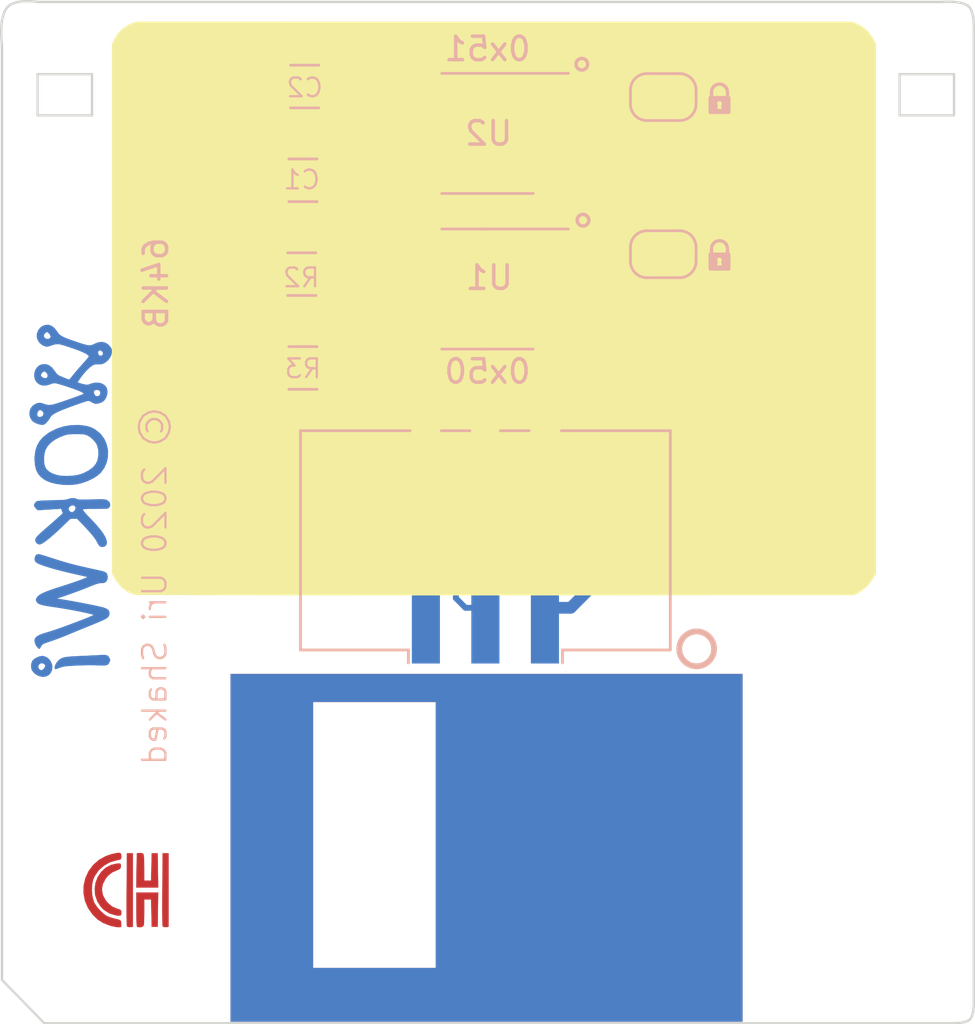
<source format=kicad_pcb>
(kicad_pcb (version 20171130) (host pcbnew "(5.1.8)-1")

  (general
    (thickness 1.6)
    (drawings 6)
    (tracks 93)
    (zones 0)
    (modules 13)
    (nets 9)
  )

  (page A4)
  (layers
    (0 F.Cu signal)
    (31 B.Cu signal)
    (32 B.Adhes user)
    (33 F.Adhes user)
    (34 B.Paste user)
    (35 F.Paste user)
    (36 B.SilkS user)
    (37 F.SilkS user hide)
    (38 B.Mask user)
    (39 F.Mask user)
    (40 Dwgs.User user)
    (41 Cmts.User user)
    (42 Eco1.User user)
    (43 Eco2.User user)
    (44 Edge.Cuts user)
    (45 Margin user)
    (46 B.CrtYd user)
    (47 F.CrtYd user)
    (48 B.Fab user)
    (49 F.Fab user)
  )

  (setup
    (last_trace_width 0.25)
    (trace_clearance 0.2)
    (zone_clearance 0.508)
    (zone_45_only no)
    (trace_min 0.2)
    (via_size 0.6)
    (via_drill 0.4)
    (via_min_size 0.4)
    (via_min_drill 0.3)
    (uvia_size 0.3)
    (uvia_drill 0.1)
    (uvias_allowed no)
    (uvia_min_size 0.2)
    (uvia_min_drill 0.1)
    (edge_width 0.15)
    (segment_width 0.2)
    (pcb_text_width 0.3)
    (pcb_text_size 1.5 1.5)
    (mod_edge_width 0.15)
    (mod_text_size 1 1)
    (mod_text_width 0.15)
    (pad_size 1.524 1.524)
    (pad_drill 0.762)
    (pad_to_mask_clearance 0.051)
    (solder_mask_min_width 0.25)
    (aux_axis_origin 0 0)
    (visible_elements 7FFFFFFF)
    (pcbplotparams
      (layerselection 0x010f0_ffffffff)
      (usegerberextensions false)
      (usegerberattributes false)
      (usegerberadvancedattributes false)
      (creategerberjobfile false)
      (excludeedgelayer true)
      (linewidth 0.100000)
      (plotframeref false)
      (viasonmask false)
      (mode 1)
      (useauxorigin false)
      (hpglpennumber 1)
      (hpglpenspeed 20)
      (hpglpendiameter 15.000000)
      (psnegative false)
      (psa4output false)
      (plotreference true)
      (plotvalue true)
      (plotinvisibletext false)
      (padsonsilk false)
      (subtractmaskfromsilk false)
      (outputformat 1)
      (mirror false)
      (drillshape 0)
      (scaleselection 1)
      (outputdirectory "gerber/"))
  )

  (net 0 "")
  (net 1 VCC)
  (net 2 /SDA)
  (net 3 /SCL)
  (net 4 GND)
  (net 5 "Net-(X1-Pad6)")
  (net 6 "Net-(X1-Pad5)")
  (net 7 "Net-(JP1-Pad1)")
  (net 8 "Net-(JP2-Pad1)")

  (net_class Default "This is the default net class."
    (clearance 0.2)
    (trace_width 0.25)
    (via_dia 0.6)
    (via_drill 0.4)
    (uvia_dia 0.3)
    (uvia_drill 0.1)
    (add_net /SCL)
    (add_net /SDA)
    (add_net "Net-(JP1-Pad1)")
    (add_net "Net-(JP2-Pad1)")
    (add_net "Net-(X1-Pad5)")
    (add_net "Net-(X1-Pad6)")
  )

  (net_class Power ""
    (clearance 0.2)
    (trace_width 0.5)
    (via_dia 0.6)
    (via_drill 0.4)
    (uvia_dia 0.3)
    (uvia_drill 0.1)
    (add_net GND)
    (add_net VCC)
  )

  (module floppy:wokwi-cu locked (layer B.Cu) (tedit 0) (tstamp 5E13A7AE)
    (at 132.2 104.65 270)
    (fp_text reference logo1 (at 0 6.180221 90) (layer B.SilkS) hide
      (effects (font (size 1.524 1.524) (thickness 0.3048)) (justify mirror))
    )
    (fp_text value G*** (at 0 -6.180221 90) (layer B.SilkS) hide
      (effects (font (size 1.524 1.524) (thickness 0.3048)) (justify mirror))
    )
    (fp_poly (pts (xy -3.529525 1.711948) (xy -3.404386 1.635064) (xy -3.344766 1.562744) (xy -3.290158 1.458543)
      (xy -3.248323 1.341302) (xy -3.227026 1.229865) (xy -3.2258 1.201615) (xy -3.233926 1.137129)
      (xy -3.264751 1.080062) (xy -3.327948 1.012564) (xy -3.328536 1.012004) (xy -3.408107 0.944752)
      (xy -3.493621 0.884836) (xy -3.530641 0.86358) (xy -3.580576 0.83179) (xy -3.628893 0.786083)
      (xy -3.677653 0.722236) (xy -3.728917 0.636025) (xy -3.784748 0.523228) (xy -3.847208 0.379622)
      (xy -3.918359 0.200984) (xy -4.000264 -0.01691) (xy -4.094984 -0.278283) (xy -4.113459 -0.330007)
      (xy -4.171556 -0.495788) (xy -4.212521 -0.620126) (xy -4.237915 -0.708815) (xy -4.249298 -0.767647)
      (xy -4.248232 -0.802417) (xy -4.243504 -0.812607) (xy -4.215697 -0.858172) (xy -4.178755 -0.928287)
      (xy -4.163162 -0.960245) (xy -4.132537 -1.034993) (xy -4.123874 -1.098302) (xy -4.134401 -1.177205)
      (xy -4.138756 -1.198132) (xy -4.183591 -1.336075) (xy -4.255016 -1.437613) (xy -4.361218 -1.513692)
      (xy -4.383104 -1.524776) (xy -4.521368 -1.57081) (xy -4.661375 -1.580633) (xy -4.787723 -1.553908)
      (xy -4.828156 -1.534556) (xy -4.92203 -1.452945) (xy -4.987504 -1.338611) (xy -5.022122 -1.202507)
      (xy -5.02282 -1.124108) (xy -4.719439 -1.124108) (xy -4.707223 -1.208066) (xy -4.661489 -1.262754)
      (xy -4.593514 -1.282862) (xy -4.514575 -1.263082) (xy -4.47675 -1.238381) (xy -4.453475 -1.19612)
      (xy -4.445 -1.139479) (xy -4.455085 -1.08431) (xy -4.494076 -1.045105) (xy -4.535269 -1.022932)
      (xy -4.620241 -0.997195) (xy -4.678634 -1.014632) (xy -4.711814 -1.075993) (xy -4.719439 -1.124108)
      (xy -5.02282 -1.124108) (xy -5.023432 -1.055582) (xy -4.988978 -0.908788) (xy -4.9757 -0.876112)
      (xy -4.944224 -0.783566) (xy -4.935512 -0.68959) (xy -4.950117 -0.580271) (xy -4.988593 -0.441695)
      (xy -4.993592 -0.426251) (xy -5.03275 -0.306403) (xy -5.138925 -0.372511) (xy -5.279542 -0.469579)
      (xy -5.424544 -0.585929) (xy -5.558996 -0.708542) (xy -5.667965 -0.824397) (xy -5.693603 -0.856084)
      (xy -5.75119 -0.933606) (xy -5.784287 -0.992674) (xy -5.799798 -1.053519) (xy -5.804624 -1.13637)
      (xy -5.805128 -1.182949) (xy -5.808947 -1.289281) (xy -5.822215 -1.366042) (xy -5.85022 -1.434287)
      (xy -5.881999 -1.489206) (xy -5.972464 -1.601318) (xy -6.084629 -1.688603) (xy -6.208169 -1.747102)
      (xy -6.33276 -1.772854) (xy -6.448075 -1.761899) (xy -6.5151 -1.731993) (xy -6.642572 -1.624857)
      (xy -6.723832 -1.498393) (xy -6.758093 -1.356015) (xy -6.749466 -1.257197) (xy -6.4008 -1.257197)
      (xy -6.378961 -1.332314) (xy -6.322563 -1.381088) (xy -6.251557 -1.392029) (xy -6.203251 -1.376775)
      (xy -6.181723 -1.335422) (xy -6.176939 -1.301734) (xy -6.178389 -1.24067) (xy -6.206273 -1.20734)
      (xy -6.237445 -1.193137) (xy -6.318924 -1.177355) (xy -6.376053 -1.196918) (xy -6.400466 -1.248545)
      (xy -6.4008 -1.257197) (xy -6.749466 -1.257197) (xy -6.744571 -1.201135) (xy -6.682477 -1.037167)
      (xy -6.677401 -1.02751) (xy -6.644662 -0.961526) (xy -6.622984 -0.900787) (xy -6.613259 -0.837638)
      (xy -6.616379 -0.764426) (xy -6.633238 -0.673498) (xy -6.664727 -0.557198) (xy -6.71174 -0.407875)
      (xy -6.770063 -0.232995) (xy -6.839801 -0.029954) (xy -6.898706 0.131009) (xy -6.950456 0.256499)
      (xy -6.998725 0.353121) (xy -7.047191 0.427481) (xy -7.099528 0.486185) (xy -7.159414 0.535839)
      (xy -7.220847 0.577024) (xy -7.358335 0.684922) (xy -7.44773 0.80514) (xy -7.488398 0.935908)
      (xy -7.484118 1.004587) (xy -7.179799 1.004587) (xy -7.174567 0.970351) (xy -7.147098 0.936152)
      (xy -7.080413 0.880971) (xy -7.005109 0.843837) (xy -6.98968 0.83981) (xy -6.963835 0.848946)
      (xy -6.93253 0.864494) (xy -6.89364 0.910946) (xy -6.884956 0.980968) (xy -6.906677 1.057135)
      (xy -6.929915 1.093216) (xy -6.989738 1.133363) (xy -7.059541 1.130309) (xy -7.126669 1.086331)
      (xy -7.153126 1.053046) (xy -7.179799 1.004587) (xy -7.484118 1.004587) (xy -7.479701 1.075455)
      (xy -7.439761 1.18614) (xy -7.362778 1.29116) (xy -7.249884 1.374523) (xy -7.114468 1.426828)
      (xy -7.089511 1.432077) (xy -6.958476 1.431952) (xy -6.830366 1.389101) (xy -6.716337 1.310925)
      (xy -6.627548 1.204828) (xy -6.578902 1.093321) (xy -6.564228 1.023997) (xy -6.564878 0.96313)
      (xy -6.582826 0.889868) (xy -6.604052 0.827542) (xy -6.640784 0.718669) (xy -6.662852 0.629525)
      (xy -6.669748 0.547428) (xy -6.660962 0.459692) (xy -6.635984 0.353635) (xy -6.594304 0.216571)
      (xy -6.577411 0.164255) (xy -6.486065 -0.108356) (xy -6.404809 -0.332803) (xy -6.33296 -0.510563)
      (xy -6.269839 -0.643117) (xy -6.214761 -0.731945) (xy -6.167046 -0.778524) (xy -6.139157 -0.786841)
      (xy -6.110605 -0.770251) (xy -6.052375 -0.724951) (xy -5.971806 -0.657026) (xy -5.876234 -0.57256)
      (xy -5.8293 -0.52987) (xy -5.709966 -0.422347) (xy -5.583499 -0.311733) (xy -5.463896 -0.210077)
      (xy -5.365156 -0.129428) (xy -5.35305 -0.11992) (xy -5.269331 -0.052649) (xy -5.203312 0.004148)
      (xy -5.163692 0.042777) (xy -5.1562 0.054248) (xy -5.16593 0.09234) (xy -5.191383 0.163033)
      (xy -5.226955 0.252823) (xy -5.267041 0.348203) (xy -5.306035 0.435671) (xy -5.338334 0.50172)
      (xy -5.351083 0.523825) (xy -5.395414 0.572445) (xy -5.466148 0.63122) (xy -5.525654 0.672743)
      (xy -5.669411 0.785246) (xy -5.763925 0.908006) (xy -5.809996 1.042542) (xy -5.809186 1.118787)
      (xy -5.500986 1.118787) (xy -5.485997 1.066048) (xy -5.432408 1.005347) (xy -5.360608 0.971407)
      (xy -5.287694 0.969069) (xy -5.23748 0.99568) (xy -5.209132 1.056853) (xy -5.220344 1.13372)
      (xy -5.265586 1.208278) (xy -5.307743 1.25231) (xy -5.341846 1.261725) (xy -5.391812 1.24138)
      (xy -5.402208 1.236033) (xy -5.476648 1.181058) (xy -5.500986 1.118787) (xy -5.809186 1.118787)
      (xy -5.808425 1.190369) (xy -5.805982 1.204333) (xy -5.759402 1.324906) (xy -5.675041 1.423257)
      (xy -5.562676 1.495026) (xy -5.432082 1.535851) (xy -5.293036 1.541369) (xy -5.155315 1.507222)
      (xy -5.140987 1.501002) (xy -5.024056 1.42252) (xy -4.944061 1.31422) (xy -4.903191 1.183339)
      (xy -4.903635 1.037119) (xy -4.947582 0.882797) (xy -4.951395 0.874013) (xy -4.983043 0.78357)
      (xy -5.00169 0.693753) (xy -5.0038 0.663047) (xy -4.995354 0.608692) (xy -4.972061 0.516087)
      (xy -4.936988 0.39452) (xy -4.893205 0.253276) (xy -4.843777 0.101642) (xy -4.791774 -0.051094)
      (xy -4.740263 -0.195647) (xy -4.692313 -0.32273) (xy -4.65099 -0.423056) (xy -4.630607 -0.466637)
      (xy -4.592898 -0.530717) (xy -4.561223 -0.566265) (xy -4.54674 -0.568237) (xy -4.53148 -0.537844)
      (xy -4.502913 -0.467983) (xy -4.464334 -0.367194) (xy -4.419039 -0.24402) (xy -4.386284 -0.1524)
      (xy -4.298411 0.097035) (xy -4.226658 0.303935) (xy -4.169879 0.473542) (xy -4.126927 0.611095)
      (xy -4.096655 0.721836) (xy -4.077916 0.811006) (xy -4.069562 0.883844) (xy -4.070449 0.945592)
      (xy -4.079426 1.001491) (xy -4.09535 1.056781) (xy -4.111674 1.102375) (xy -4.150467 1.224286)
      (xy -4.158589 1.292479) (xy -3.8608 1.292479) (xy -3.839137 1.230689) (xy -3.786601 1.175525)
      (xy -3.72187 1.144798) (xy -3.70405 1.143) (xy -3.641677 1.159694) (xy -3.60245 1.185037)
      (xy -3.566246 1.244848) (xy -3.557584 1.318721) (xy -3.578342 1.382294) (xy -3.58648 1.39192)
      (xy -3.643271 1.418167) (xy -3.716045 1.414717) (xy -3.787839 1.387718) (xy -3.841689 1.343322)
      (xy -3.8608 1.292479) (xy -4.158589 1.292479) (xy -4.16206 1.321615) (xy -4.146703 1.412528)
      (xy -4.117007 1.488849) (xy -4.037342 1.608762) (xy -3.929229 1.692985) (xy -3.8022 1.73956)
      (xy -3.665788 1.746533) (xy -3.529525 1.711948)) (layer B.Cu) (width 0.01))
    (fp_poly (pts (xy 0.260156 1.532512) (xy 0.315982 1.490266) (xy 0.334879 1.472428) (xy 0.411851 1.395457)
      (xy 0.395924 1.110478) (xy 0.387595 0.965597) (xy 0.378358 0.811463) (xy 0.369637 0.67159)
      (xy 0.36557 0.609159) (xy 0.351142 0.392818) (xy 0.448027 0.357783) (xy 0.544912 0.322749)
      (xy 0.693734 0.485225) (xy 0.75674 0.555106) (xy 0.845075 0.654598) (xy 0.950922 0.774818)
      (xy 1.066463 0.906883) (xy 1.183882 1.041909) (xy 1.200511 1.061104) (xy 1.327655 1.206534)
      (xy 1.427962 1.316968) (xy 1.506727 1.396752) (xy 1.569248 1.450234) (xy 1.620823 1.481762)
      (xy 1.666747 1.495682) (xy 1.712318 1.496342) (xy 1.728418 1.494355) (xy 1.793408 1.463201)
      (xy 1.845989 1.402172) (xy 1.872808 1.330312) (xy 1.871189 1.290746) (xy 1.8349 1.206616)
      (xy 1.760815 1.090952) (xy 1.64995 0.945005) (xy 1.503316 0.770023) (xy 1.321929 0.567251)
      (xy 1.106802 0.337939) (xy 1.044824 0.273458) (xy 0.781548 0.000817) (xy 0.778124 -0.142305)
      (xy 0.7747 -0.285426) (xy 1.016601 -0.517576) (xy 1.222943 -0.711827) (xy 1.398386 -0.868717)
      (xy 1.544747 -0.989749) (xy 1.663841 -1.076422) (xy 1.757485 -1.13024) (xy 1.757961 -1.130461)
      (xy 1.869382 -1.188724) (xy 1.938697 -1.243574) (xy 1.973374 -1.302691) (xy 1.9812 -1.360022)
      (xy 1.961451 -1.460039) (xy 1.90507 -1.52667) (xy 1.816352 -1.555661) (xy 1.782887 -1.556338)
      (xy 1.671527 -1.536346) (xy 1.544183 -1.483541) (xy 1.398371 -1.396207) (xy 1.231609 -1.272633)
      (xy 1.041412 -1.111106) (xy 0.825298 -0.909911) (xy 0.77477 -0.860879) (xy 0.666008 -0.756787)
      (xy 0.567336 -0.666344) (xy 0.485264 -0.595205) (xy 0.426299 -0.549019) (xy 0.397537 -0.5334)
      (xy 0.383498 -0.537704) (xy 0.372961 -0.554786) (xy 0.365435 -0.590899) (xy 0.360427 -0.652297)
      (xy 0.357447 -0.745231) (xy 0.356002 -0.875957) (xy 0.355601 -1.050725) (xy 0.3556 -1.0668)
      (xy 0.355321 -1.245344) (xy 0.354076 -1.380119) (xy 0.351255 -1.478153) (xy 0.346246 -1.546477)
      (xy 0.338437 -1.592119) (xy 0.327218 -1.622109) (xy 0.311977 -1.643476) (xy 0.3048 -1.651)
      (xy 0.228572 -1.694139) (xy 0.13599 -1.691116) (xy 0.085063 -1.67192) (xy 0.036145 -1.631915)
      (xy -0.010291 -1.569604) (xy -0.014255 -1.56251) (xy -0.028657 -1.531373) (xy -0.039236 -1.494242)
      (xy -0.046309 -1.444078) (xy -0.050188 -1.373842) (xy -0.051189 -1.276496) (xy -0.049627 -1.145)
      (xy -0.045817 -0.972316) (xy -0.043951 -0.89852) (xy -0.039473 -0.705423) (xy -0.037395 -0.556818)
      (xy -0.03793 -0.446446) (xy -0.041289 -0.368045) (xy -0.047685 -0.315357) (xy -0.057329 -0.282121)
      (xy -0.065282 -0.268195) (xy -0.092746 -0.196945) (xy -0.099971 -0.098) (xy -0.09582 -0.06289)
      (xy 0.210904 -0.06289) (xy 0.213596 -0.13945) (xy 0.229493 -0.17947) (xy 0.275987 -0.220185)
      (xy 0.342475 -0.224159) (xy 0.414801 -0.192258) (xy 0.445654 -0.166254) (xy 0.49567 -0.103436)
      (xy 0.503034 -0.047742) (xy 0.469828 0.017785) (xy 0.46846 0.019748) (xy 0.41163 0.068933)
      (xy 0.348214 0.077554) (xy 0.287458 0.05332) (xy 0.238607 0.003936) (xy 0.210904 -0.06289)
      (xy -0.09582 -0.06289) (xy -0.08722 0.009855) (xy -0.060191 0.096066) (xy -0.045946 0.138126)
      (xy -0.034657 0.196235) (xy -0.025812 0.277021) (xy -0.018899 0.387113) (xy -0.013406 0.533138)
      (xy -0.008822 0.721726) (xy -0.007788 0.7747) (xy -0.003538 0.945726) (xy 0.002309 1.1029)
      (xy 0.009293 1.238015) (xy 0.016955 1.342862) (xy 0.024833 1.409234) (xy 0.02872 1.425455)
      (xy 0.077577 1.491405) (xy 0.15473 1.5371) (xy 0.219049 1.5494) (xy 0.260156 1.532512)) (layer B.Cu) (width 0.01))
    (fp_poly (pts (xy 7.180657 0.654795) (xy 7.1882 0.632863) (xy 7.1798 0.599513) (xy 7.157745 0.532996)
      (xy 7.126749 0.447503) (xy 7.125713 0.444747) (xy 7.103694 0.381053) (xy 7.086412 0.315692)
      (xy 7.072723 0.23983) (xy 7.061482 0.144631) (xy 7.051543 0.021259) (xy 7.041762 -0.139121)
      (xy 7.035948 -0.247982) (xy 7.028051 -0.438235) (xy 7.02298 -0.640959) (xy 7.02092 -0.839823)
      (xy 7.022057 -1.018497) (xy 7.025772 -1.144411) (xy 7.03205 -1.309244) (xy 7.032097 -1.431328)
      (xy 7.023935 -1.518535) (xy 7.005591 -1.578734) (xy 6.975087 -1.6198) (xy 6.930448 -1.649603)
      (xy 6.894871 -1.66585) (xy 6.836839 -1.690042) (xy 6.802247 -1.697395) (xy 6.766557 -1.687764)
      (xy 6.71395 -1.664773) (xy 6.653895 -1.631581) (xy 6.614758 -1.587746) (xy 6.593323 -1.523456)
      (xy 6.58637 -1.428899) (xy 6.590684 -1.294265) (xy 6.590944 -1.289679) (xy 6.595913 -1.196248)
      (xy 6.602513 -1.062656) (xy 6.610246 -0.899498) (xy 6.618614 -0.71737) (xy 6.627121 -0.526865)
      (xy 6.631819 -0.4191) (xy 6.642346 -0.195338) (xy 6.653486 -0.015762) (xy 6.666713 0.126235)
      (xy 6.6835 0.237262) (xy 6.705319 0.323923) (xy 6.733642 0.392827) (xy 6.769943 0.450581)
      (xy 6.815695 0.503791) (xy 6.843807 0.531953) (xy 6.916822 0.589651) (xy 6.997939 0.633985)
      (xy 7.076233 0.661754) (xy 7.140781 0.669758) (xy 7.180657 0.654795)) (layer B.Cu) (width 0.01))
    (fp_poly (pts (xy 6.032249 1.520878) (xy 6.141022 1.484828) (xy 6.163801 1.474802) (xy 6.226468 1.437624)
      (xy 6.2813 1.390882) (xy 6.317424 1.346) (xy 6.323966 1.314404) (xy 6.320308 1.310336)
      (xy 6.295315 1.294663) (xy 6.242639 1.262634) (xy 6.21917 1.248497) (xy 6.182419 1.226402)
      (xy 6.154397 1.205992) (xy 6.131159 1.179583) (xy 6.108757 1.139489) (xy 6.08324 1.078027)
      (xy 6.050664 0.987511) (xy 6.007078 0.860257) (xy 5.98229 0.7874) (xy 5.926474 0.629974)
      (xy 5.85943 0.450617) (xy 5.790484 0.273855) (xy 5.740895 0.1524) (xy 5.695064 0.042274)
      (xy 5.634392 -0.104914) (xy 5.562996 -0.279093) (xy 5.484995 -0.470195) (xy 5.404508 -0.668153)
      (xy 5.330501 -0.8509) (xy 5.242404 -1.066806) (xy 5.169832 -1.239611) (xy 5.110667 -1.373849)
      (xy 5.062787 -1.474057) (xy 5.024076 -1.544769) (xy 4.992412 -1.590521) (xy 4.977385 -1.60655)
      (xy 4.884723 -1.663666) (xy 4.784983 -1.670578) (xy 4.694849 -1.637624) (xy 4.653572 -1.6042)
      (xy 4.617034 -1.546445) (xy 4.579217 -1.453753) (xy 4.562111 -1.403691) (xy 4.543372 -1.335504)
      (xy 4.517512 -1.22507) (xy 4.486041 -1.080205) (xy 4.450468 -0.908721) (xy 4.412305 -0.718434)
      (xy 4.373059 -0.517158) (xy 4.334242 -0.312708) (xy 4.297364 -0.112898) (xy 4.263935 0.074456)
      (xy 4.235464 0.241542) (xy 4.213462 0.380543) (xy 4.202995 0.454813) (xy 4.185143 0.592125)
      (xy 4.026412 0.124613) (xy 3.96152 -0.06098) (xy 3.886192 -0.267563) (xy 3.807695 -0.475733)
      (xy 3.733295 -0.666087) (xy 3.695224 -0.759856) (xy 3.629443 -0.92169) (xy 3.581974 -1.04636)
      (xy 3.550016 -1.142906) (xy 3.530774 -1.220372) (xy 3.52145 -1.287798) (xy 3.519434 -1.327978)
      (xy 3.513886 -1.419591) (xy 3.498836 -1.476975) (xy 3.469122 -1.516513) (xy 3.456639 -1.527295)
      (xy 3.354443 -1.583911) (xy 3.242597 -1.592585) (xy 3.177161 -1.578448) (xy 3.12041 -1.556015)
      (xy 3.078493 -1.521932) (xy 3.04594 -1.466708) (xy 3.017284 -1.380854) (xy 2.987059 -1.25488)
      (xy 2.984805 -1.2446) (xy 2.917962 -0.940284) (xy 2.859242 -0.677778) (xy 2.806547 -0.449132)
      (xy 2.757779 -0.246394) (xy 2.710841 -0.061613) (xy 2.663633 0.113161) (xy 2.61406 0.28588)
      (xy 2.560021 0.464494) (xy 2.499419 0.656955) (xy 2.430158 0.871213) (xy 2.411277 0.929012)
      (xy 2.368217 1.064009) (xy 2.331546 1.185426) (xy 2.304039 1.283559) (xy 2.28847 1.348705)
      (xy 2.286 1.367162) (xy 2.307885 1.439168) (xy 2.364397 1.491648) (xy 2.441818 1.520686)
      (xy 2.526434 1.522366) (xy 2.604527 1.492772) (xy 2.635167 1.46685) (xy 2.675964 1.403532)
      (xy 2.724674 1.294718) (xy 2.77997 1.144868) (xy 2.840523 0.958439) (xy 2.905008 0.739889)
      (xy 2.972097 0.493676) (xy 3.040463 0.224258) (xy 3.108778 -0.063908) (xy 3.162179 -0.303451)
      (xy 3.192578 -0.441996) (xy 3.219628 -0.562113) (xy 3.241398 -0.655477) (xy 3.255958 -0.713764)
      (xy 3.260997 -0.729464) (xy 3.274993 -0.712913) (xy 3.302231 -0.653974) (xy 3.340534 -0.558658)
      (xy 3.387728 -0.432982) (xy 3.441634 -0.282957) (xy 3.500078 -0.1146) (xy 3.560883 0.066076)
      (xy 3.621872 0.253058) (xy 3.65981 0.372661) (xy 3.740966 0.62637) (xy 3.8118 0.835671)
      (xy 3.874354 1.00543) (xy 3.93067 1.140512) (xy 3.982787 1.245782) (xy 4.032747 1.326105)
      (xy 4.082591 1.386348) (xy 4.086839 1.39065) (xy 4.171868 1.45464) (xy 4.251904 1.469135)
      (xy 4.331385 1.434557) (xy 4.354244 1.41605) (xy 4.387225 1.378564) (xy 4.416472 1.324936)
      (xy 4.443407 1.24949) (xy 4.469453 1.146549) (xy 4.496033 1.010434) (xy 4.524571 0.835469)
      (xy 4.556488 0.615975) (xy 4.558648 0.60051) (xy 4.58195 0.443819) (xy 4.610355 0.269692)
      (xy 4.642533 0.084748) (xy 4.677154 -0.10439) (xy 4.71289 -0.291101) (xy 4.748408 -0.468765)
      (xy 4.782382 -0.630759) (xy 4.81348 -0.770463) (xy 4.840373 -0.881255) (xy 4.861732 -0.956515)
      (xy 4.876225 -0.98962) (xy 4.878172 -0.9906) (xy 4.894629 -0.967629) (xy 4.925641 -0.902713)
      (xy 4.968958 -0.801844) (xy 5.022327 -0.671018) (xy 5.083498 -0.516227) (xy 5.150219 -0.343465)
      (xy 5.220241 -0.158728) (xy 5.291311 0.031994) (xy 5.361178 0.222704) (xy 5.427592 0.407409)
      (xy 5.488301 0.580116) (xy 5.541055 0.734831) (xy 5.583601 0.865559) (xy 5.61369 0.966308)
      (xy 5.615219 0.971889) (xy 5.674522 1.170854) (xy 5.733148 1.32247) (xy 5.794663 1.430008)
      (xy 5.862639 1.49674) (xy 5.940644 1.525939) (xy 6.032249 1.520878)) (layer B.Cu) (width 0.01))
    (fp_poly (pts (xy -1.514344 1.510669) (xy -1.311331 1.46161) (xy -1.140735 1.377447) (xy -0.998507 1.255949)
      (xy -0.880598 1.094888) (xy -0.842389 1.024948) (xy -0.766955 0.836284) (xy -0.71095 0.61338)
      (xy -0.675836 0.369514) (xy -0.663079 0.117964) (xy -0.674139 -0.127995) (xy -0.697281 -0.2921)
      (xy -0.754807 -0.524894) (xy -0.836387 -0.751371) (xy -0.936785 -0.96082) (xy -1.050764 -1.142529)
      (xy -1.173086 -1.285789) (xy -1.19159 -1.303082) (xy -1.384565 -1.443947) (xy -1.602096 -1.542624)
      (xy -1.837824 -1.597234) (xy -2.085392 -1.605899) (xy -2.1844 -1.596337) (xy -2.422561 -1.540246)
      (xy -2.638662 -1.439741) (xy -2.828318 -1.29707) (xy -2.889803 -1.235247) (xy -3.012557 -1.081755)
      (xy -3.103269 -0.918319) (xy -3.165754 -0.734704) (xy -3.203823 -0.520679) (xy -3.217546 -0.3556)
      (xy -3.21538 -0.248477) (xy -2.83199 -0.248477) (xy -2.831989 -0.254) (xy -2.831045 -0.397981)
      (xy -2.827337 -0.502876) (xy -2.819393 -0.580378) (xy -2.80574 -0.642184) (xy -2.784903 -0.699991)
      (xy -2.772107 -0.729329) (xy -2.703548 -0.843373) (xy -2.606134 -0.957754) (xy -2.494871 -1.05742)
      (xy -2.384761 -1.127311) (xy -2.368013 -1.134825) (xy -2.167665 -1.191428) (xy -1.954275 -1.200815)
      (xy -1.73393 -1.162829) (xy -1.697469 -1.152042) (xy -1.550608 -1.080258) (xy -1.414038 -0.962203)
      (xy -1.291068 -0.801921) (xy -1.185007 -0.60346) (xy -1.125698 -0.453007) (xy -1.081651 -0.28231)
      (xy -1.0536 -0.081103) (xy -1.042427 0.132625) (xy -1.049011 0.340884) (xy -1.074236 0.525687)
      (xy -1.077109 0.539023) (xy -1.13833 0.739027) (xy -1.223347 0.898544) (xy -1.330653 1.015166)
      (xy -1.40526 1.063625) (xy -1.528304 1.10558) (xy -1.681407 1.12619) (xy -1.848498 1.125385)
      (xy -2.013506 1.103095) (xy -2.141139 1.066822) (xy -2.308163 0.977245) (xy -2.459477 0.841091)
      (xy -2.593278 0.660642) (xy -2.707765 0.438181) (xy -2.772791 0.2667) (xy -2.798203 0.182968)
      (xy -2.815288 0.103141) (xy -2.825587 0.013663) (xy -2.83064 -0.099024) (xy -2.83199 -0.248477)
      (xy -3.21538 -0.248477) (xy -3.21098 -0.030923) (xy -3.157265 0.287224) (xy -3.058338 0.591622)
      (xy -2.916134 0.875053) (xy -2.866576 0.953043) (xy -2.711057 1.152634) (xy -2.539639 1.306943)
      (xy -2.347437 1.418491) (xy -2.129564 1.489797) (xy -1.881132 1.523381) (xy -1.753824 1.526854)
      (xy -1.514344 1.510669)) (layer B.Cu) (width 0.01))
    (fp_poly (pts (xy 7.186162 1.659262) (xy 7.236491 1.639598) (xy 7.350688 1.553903) (xy 7.440914 1.433729)
      (xy 7.499183 1.292815) (xy 7.517701 1.1557) (xy 7.494257 1.023377) (xy 7.430825 0.913084)
      (xy 7.335436 0.830272) (xy 7.216119 0.780391) (xy 7.080905 0.768892) (xy 6.976071 0.788077)
      (xy 6.84205 0.849443) (xy 6.734582 0.940742) (xy 6.661343 1.052923) (xy 6.630011 1.176935)
      (xy 6.6294 1.196735) (xy 6.633485 1.22464) (xy 6.935283 1.22464) (xy 6.951925 1.148189)
      (xy 6.976237 1.11325) (xy 7.020687 1.074869) (xy 7.065201 1.072136) (xy 7.12002 1.096349)
      (xy 7.191826 1.150784) (xy 7.233059 1.215253) (xy 7.238192 1.2426) (xy 7.217368 1.300197)
      (xy 7.164634 1.348492) (xy 7.098418 1.371335) (xy 7.091013 1.3716) (xy 7.011133 1.35054)
      (xy 6.957121 1.296821) (xy 6.935283 1.22464) (xy 6.633485 1.22464) (xy 6.646775 1.315403)
      (xy 6.693053 1.437251) (xy 6.759463 1.544769) (xy 6.837232 1.620446) (xy 6.843739 1.624636)
      (xy 6.946639 1.663912) (xy 7.068803 1.675759) (xy 7.186162 1.659262)) (layer B.Cu) (width 0.01))
    (fp_poly (pts (xy -3.529525 1.711948) (xy -3.404386 1.635064) (xy -3.344766 1.562744) (xy -3.290158 1.458543)
      (xy -3.248323 1.341302) (xy -3.227026 1.229865) (xy -3.2258 1.201615) (xy -3.233926 1.137129)
      (xy -3.264751 1.080062) (xy -3.327948 1.012564) (xy -3.328536 1.012004) (xy -3.408107 0.944752)
      (xy -3.493621 0.884836) (xy -3.530641 0.86358) (xy -3.580576 0.83179) (xy -3.628893 0.786083)
      (xy -3.677653 0.722236) (xy -3.728917 0.636025) (xy -3.784748 0.523228) (xy -3.847208 0.379622)
      (xy -3.918359 0.200984) (xy -4.000264 -0.01691) (xy -4.094984 -0.278283) (xy -4.113459 -0.330007)
      (xy -4.171556 -0.495788) (xy -4.212521 -0.620126) (xy -4.237915 -0.708815) (xy -4.249298 -0.767647)
      (xy -4.248232 -0.802417) (xy -4.243504 -0.812607) (xy -4.215697 -0.858172) (xy -4.178755 -0.928287)
      (xy -4.163162 -0.960245) (xy -4.132537 -1.034993) (xy -4.123874 -1.098302) (xy -4.134401 -1.177205)
      (xy -4.138756 -1.198132) (xy -4.183591 -1.336075) (xy -4.255016 -1.437613) (xy -4.361218 -1.513692)
      (xy -4.383104 -1.524776) (xy -4.521368 -1.57081) (xy -4.661375 -1.580633) (xy -4.787723 -1.553908)
      (xy -4.828156 -1.534556) (xy -4.92203 -1.452945) (xy -4.987504 -1.338611) (xy -5.022122 -1.202507)
      (xy -5.02282 -1.124108) (xy -4.719439 -1.124108) (xy -4.707223 -1.208066) (xy -4.661489 -1.262754)
      (xy -4.593514 -1.282862) (xy -4.514575 -1.263082) (xy -4.47675 -1.238381) (xy -4.453475 -1.19612)
      (xy -4.445 -1.139479) (xy -4.455085 -1.08431) (xy -4.494076 -1.045105) (xy -4.535269 -1.022932)
      (xy -4.620241 -0.997195) (xy -4.678634 -1.014632) (xy -4.711814 -1.075993) (xy -4.719439 -1.124108)
      (xy -5.02282 -1.124108) (xy -5.023432 -1.055582) (xy -4.988978 -0.908788) (xy -4.9757 -0.876112)
      (xy -4.944224 -0.783566) (xy -4.935512 -0.68959) (xy -4.950117 -0.580271) (xy -4.988593 -0.441695)
      (xy -4.993592 -0.426251) (xy -5.03275 -0.306403) (xy -5.138925 -0.372511) (xy -5.279542 -0.469579)
      (xy -5.424544 -0.585929) (xy -5.558996 -0.708542) (xy -5.667965 -0.824397) (xy -5.693603 -0.856084)
      (xy -5.75119 -0.933606) (xy -5.784287 -0.992674) (xy -5.799798 -1.053519) (xy -5.804624 -1.13637)
      (xy -5.805128 -1.182949) (xy -5.808947 -1.289281) (xy -5.822215 -1.366042) (xy -5.85022 -1.434287)
      (xy -5.881999 -1.489206) (xy -5.972464 -1.601318) (xy -6.084629 -1.688603) (xy -6.208169 -1.747102)
      (xy -6.33276 -1.772854) (xy -6.448075 -1.761899) (xy -6.5151 -1.731993) (xy -6.642572 -1.624857)
      (xy -6.723832 -1.498393) (xy -6.758093 -1.356015) (xy -6.749466 -1.257197) (xy -6.4008 -1.257197)
      (xy -6.378961 -1.332314) (xy -6.322563 -1.381088) (xy -6.251557 -1.392029) (xy -6.203251 -1.376775)
      (xy -6.181723 -1.335422) (xy -6.176939 -1.301734) (xy -6.178389 -1.24067) (xy -6.206273 -1.20734)
      (xy -6.237445 -1.193137) (xy -6.318924 -1.177355) (xy -6.376053 -1.196918) (xy -6.400466 -1.248545)
      (xy -6.4008 -1.257197) (xy -6.749466 -1.257197) (xy -6.744571 -1.201135) (xy -6.682477 -1.037167)
      (xy -6.677401 -1.02751) (xy -6.644662 -0.961526) (xy -6.622984 -0.900787) (xy -6.613259 -0.837638)
      (xy -6.616379 -0.764426) (xy -6.633238 -0.673498) (xy -6.664727 -0.557198) (xy -6.71174 -0.407875)
      (xy -6.770063 -0.232995) (xy -6.839801 -0.029954) (xy -6.898706 0.131009) (xy -6.950456 0.256499)
      (xy -6.998725 0.353121) (xy -7.047191 0.427481) (xy -7.099528 0.486185) (xy -7.159414 0.535839)
      (xy -7.220847 0.577024) (xy -7.358335 0.684922) (xy -7.44773 0.80514) (xy -7.488398 0.935908)
      (xy -7.484118 1.004587) (xy -7.179799 1.004587) (xy -7.174567 0.970351) (xy -7.147098 0.936152)
      (xy -7.080413 0.880971) (xy -7.005109 0.843837) (xy -6.98968 0.83981) (xy -6.963835 0.848946)
      (xy -6.93253 0.864494) (xy -6.89364 0.910946) (xy -6.884956 0.980968) (xy -6.906677 1.057135)
      (xy -6.929915 1.093216) (xy -6.989738 1.133363) (xy -7.059541 1.130309) (xy -7.126669 1.086331)
      (xy -7.153126 1.053046) (xy -7.179799 1.004587) (xy -7.484118 1.004587) (xy -7.479701 1.075455)
      (xy -7.439761 1.18614) (xy -7.362778 1.29116) (xy -7.249884 1.374523) (xy -7.114468 1.426828)
      (xy -7.089511 1.432077) (xy -6.958476 1.431952) (xy -6.830366 1.389101) (xy -6.716337 1.310925)
      (xy -6.627548 1.204828) (xy -6.578902 1.093321) (xy -6.564228 1.023997) (xy -6.564878 0.96313)
      (xy -6.582826 0.889868) (xy -6.604052 0.827542) (xy -6.640784 0.718669) (xy -6.662852 0.629525)
      (xy -6.669748 0.547428) (xy -6.660962 0.459692) (xy -6.635984 0.353635) (xy -6.594304 0.216571)
      (xy -6.577411 0.164255) (xy -6.486065 -0.108356) (xy -6.404809 -0.332803) (xy -6.33296 -0.510563)
      (xy -6.269839 -0.643117) (xy -6.214761 -0.731945) (xy -6.167046 -0.778524) (xy -6.139157 -0.786841)
      (xy -6.110605 -0.770251) (xy -6.052375 -0.724951) (xy -5.971806 -0.657026) (xy -5.876234 -0.57256)
      (xy -5.8293 -0.52987) (xy -5.709966 -0.422347) (xy -5.583499 -0.311733) (xy -5.463896 -0.210077)
      (xy -5.365156 -0.129428) (xy -5.35305 -0.11992) (xy -5.269331 -0.052649) (xy -5.203312 0.004148)
      (xy -5.163692 0.042777) (xy -5.1562 0.054248) (xy -5.16593 0.09234) (xy -5.191383 0.163033)
      (xy -5.226955 0.252823) (xy -5.267041 0.348203) (xy -5.306035 0.435671) (xy -5.338334 0.50172)
      (xy -5.351083 0.523825) (xy -5.395414 0.572445) (xy -5.466148 0.63122) (xy -5.525654 0.672743)
      (xy -5.669411 0.785246) (xy -5.763925 0.908006) (xy -5.809996 1.042542) (xy -5.809186 1.118787)
      (xy -5.500986 1.118787) (xy -5.485997 1.066048) (xy -5.432408 1.005347) (xy -5.360608 0.971407)
      (xy -5.287694 0.969069) (xy -5.23748 0.99568) (xy -5.209132 1.056853) (xy -5.220344 1.13372)
      (xy -5.265586 1.208278) (xy -5.307743 1.25231) (xy -5.341846 1.261725) (xy -5.391812 1.24138)
      (xy -5.402208 1.236033) (xy -5.476648 1.181058) (xy -5.500986 1.118787) (xy -5.809186 1.118787)
      (xy -5.808425 1.190369) (xy -5.805982 1.204333) (xy -5.759402 1.324906) (xy -5.675041 1.423257)
      (xy -5.562676 1.495026) (xy -5.432082 1.535851) (xy -5.293036 1.541369) (xy -5.155315 1.507222)
      (xy -5.140987 1.501002) (xy -5.024056 1.42252) (xy -4.944061 1.31422) (xy -4.903191 1.183339)
      (xy -4.903635 1.037119) (xy -4.947582 0.882797) (xy -4.951395 0.874013) (xy -4.983043 0.78357)
      (xy -5.00169 0.693753) (xy -5.0038 0.663047) (xy -4.995354 0.608692) (xy -4.972061 0.516087)
      (xy -4.936988 0.39452) (xy -4.893205 0.253276) (xy -4.843777 0.101642) (xy -4.791774 -0.051094)
      (xy -4.740263 -0.195647) (xy -4.692313 -0.32273) (xy -4.65099 -0.423056) (xy -4.630607 -0.466637)
      (xy -4.592898 -0.530717) (xy -4.561223 -0.566265) (xy -4.54674 -0.568237) (xy -4.53148 -0.537844)
      (xy -4.502913 -0.467983) (xy -4.464334 -0.367194) (xy -4.419039 -0.24402) (xy -4.386284 -0.1524)
      (xy -4.298411 0.097035) (xy -4.226658 0.303935) (xy -4.169879 0.473542) (xy -4.126927 0.611095)
      (xy -4.096655 0.721836) (xy -4.077916 0.811006) (xy -4.069562 0.883844) (xy -4.070449 0.945592)
      (xy -4.079426 1.001491) (xy -4.09535 1.056781) (xy -4.111674 1.102375) (xy -4.150467 1.224286)
      (xy -4.158589 1.292479) (xy -3.8608 1.292479) (xy -3.839137 1.230689) (xy -3.786601 1.175525)
      (xy -3.72187 1.144798) (xy -3.70405 1.143) (xy -3.641677 1.159694) (xy -3.60245 1.185037)
      (xy -3.566246 1.244848) (xy -3.557584 1.318721) (xy -3.578342 1.382294) (xy -3.58648 1.39192)
      (xy -3.643271 1.418167) (xy -3.716045 1.414717) (xy -3.787839 1.387718) (xy -3.841689 1.343322)
      (xy -3.8608 1.292479) (xy -4.158589 1.292479) (xy -4.16206 1.321615) (xy -4.146703 1.412528)
      (xy -4.117007 1.488849) (xy -4.037342 1.608762) (xy -3.929229 1.692985) (xy -3.8022 1.73956)
      (xy -3.665788 1.746533) (xy -3.529525 1.711948)) (layer B.Mask) (width 0.01))
    (fp_poly (pts (xy 0.260156 1.532512) (xy 0.315982 1.490266) (xy 0.334879 1.472428) (xy 0.411851 1.395457)
      (xy 0.395924 1.110478) (xy 0.387595 0.965597) (xy 0.378358 0.811463) (xy 0.369637 0.67159)
      (xy 0.36557 0.609159) (xy 0.351142 0.392818) (xy 0.448027 0.357783) (xy 0.544912 0.322749)
      (xy 0.693734 0.485225) (xy 0.75674 0.555106) (xy 0.845075 0.654598) (xy 0.950922 0.774818)
      (xy 1.066463 0.906883) (xy 1.183882 1.041909) (xy 1.200511 1.061104) (xy 1.327655 1.206534)
      (xy 1.427962 1.316968) (xy 1.506727 1.396752) (xy 1.569248 1.450234) (xy 1.620823 1.481762)
      (xy 1.666747 1.495682) (xy 1.712318 1.496342) (xy 1.728418 1.494355) (xy 1.793408 1.463201)
      (xy 1.845989 1.402172) (xy 1.872808 1.330312) (xy 1.871189 1.290746) (xy 1.8349 1.206616)
      (xy 1.760815 1.090952) (xy 1.64995 0.945005) (xy 1.503316 0.770023) (xy 1.321929 0.567251)
      (xy 1.106802 0.337939) (xy 1.044824 0.273458) (xy 0.781548 0.000817) (xy 0.778124 -0.142305)
      (xy 0.7747 -0.285426) (xy 1.016601 -0.517576) (xy 1.222943 -0.711827) (xy 1.398386 -0.868717)
      (xy 1.544747 -0.989749) (xy 1.663841 -1.076422) (xy 1.757485 -1.13024) (xy 1.757961 -1.130461)
      (xy 1.869382 -1.188724) (xy 1.938697 -1.243574) (xy 1.973374 -1.302691) (xy 1.9812 -1.360022)
      (xy 1.961451 -1.460039) (xy 1.90507 -1.52667) (xy 1.816352 -1.555661) (xy 1.782887 -1.556338)
      (xy 1.671527 -1.536346) (xy 1.544183 -1.483541) (xy 1.398371 -1.396207) (xy 1.231609 -1.272633)
      (xy 1.041412 -1.111106) (xy 0.825298 -0.909911) (xy 0.77477 -0.860879) (xy 0.666008 -0.756787)
      (xy 0.567336 -0.666344) (xy 0.485264 -0.595205) (xy 0.426299 -0.549019) (xy 0.397537 -0.5334)
      (xy 0.383498 -0.537704) (xy 0.372961 -0.554786) (xy 0.365435 -0.590899) (xy 0.360427 -0.652297)
      (xy 0.357447 -0.745231) (xy 0.356002 -0.875957) (xy 0.355601 -1.050725) (xy 0.3556 -1.0668)
      (xy 0.355321 -1.245344) (xy 0.354076 -1.380119) (xy 0.351255 -1.478153) (xy 0.346246 -1.546477)
      (xy 0.338437 -1.592119) (xy 0.327218 -1.622109) (xy 0.311977 -1.643476) (xy 0.3048 -1.651)
      (xy 0.228572 -1.694139) (xy 0.13599 -1.691116) (xy 0.085063 -1.67192) (xy 0.036145 -1.631915)
      (xy -0.010291 -1.569604) (xy -0.014255 -1.56251) (xy -0.028657 -1.531373) (xy -0.039236 -1.494242)
      (xy -0.046309 -1.444078) (xy -0.050188 -1.373842) (xy -0.051189 -1.276496) (xy -0.049627 -1.145)
      (xy -0.045817 -0.972316) (xy -0.043951 -0.89852) (xy -0.039473 -0.705423) (xy -0.037395 -0.556818)
      (xy -0.03793 -0.446446) (xy -0.041289 -0.368045) (xy -0.047685 -0.315357) (xy -0.057329 -0.282121)
      (xy -0.065282 -0.268195) (xy -0.092746 -0.196945) (xy -0.099971 -0.098) (xy -0.09582 -0.06289)
      (xy 0.210904 -0.06289) (xy 0.213596 -0.13945) (xy 0.229493 -0.17947) (xy 0.275987 -0.220185)
      (xy 0.342475 -0.224159) (xy 0.414801 -0.192258) (xy 0.445654 -0.166254) (xy 0.49567 -0.103436)
      (xy 0.503034 -0.047742) (xy 0.469828 0.017785) (xy 0.46846 0.019748) (xy 0.41163 0.068933)
      (xy 0.348214 0.077554) (xy 0.287458 0.05332) (xy 0.238607 0.003936) (xy 0.210904 -0.06289)
      (xy -0.09582 -0.06289) (xy -0.08722 0.009855) (xy -0.060191 0.096066) (xy -0.045946 0.138126)
      (xy -0.034657 0.196235) (xy -0.025812 0.277021) (xy -0.018899 0.387113) (xy -0.013406 0.533138)
      (xy -0.008822 0.721726) (xy -0.007788 0.7747) (xy -0.003538 0.945726) (xy 0.002309 1.1029)
      (xy 0.009293 1.238015) (xy 0.016955 1.342862) (xy 0.024833 1.409234) (xy 0.02872 1.425455)
      (xy 0.077577 1.491405) (xy 0.15473 1.5371) (xy 0.219049 1.5494) (xy 0.260156 1.532512)) (layer B.Mask) (width 0.01))
    (fp_poly (pts (xy 7.180657 0.654795) (xy 7.1882 0.632863) (xy 7.1798 0.599513) (xy 7.157745 0.532996)
      (xy 7.126749 0.447503) (xy 7.125713 0.444747) (xy 7.103694 0.381053) (xy 7.086412 0.315692)
      (xy 7.072723 0.23983) (xy 7.061482 0.144631) (xy 7.051543 0.021259) (xy 7.041762 -0.139121)
      (xy 7.035948 -0.247982) (xy 7.028051 -0.438235) (xy 7.02298 -0.640959) (xy 7.02092 -0.839823)
      (xy 7.022057 -1.018497) (xy 7.025772 -1.144411) (xy 7.03205 -1.309244) (xy 7.032097 -1.431328)
      (xy 7.023935 -1.518535) (xy 7.005591 -1.578734) (xy 6.975087 -1.6198) (xy 6.930448 -1.649603)
      (xy 6.894871 -1.66585) (xy 6.836839 -1.690042) (xy 6.802247 -1.697395) (xy 6.766557 -1.687764)
      (xy 6.71395 -1.664773) (xy 6.653895 -1.631581) (xy 6.614758 -1.587746) (xy 6.593323 -1.523456)
      (xy 6.58637 -1.428899) (xy 6.590684 -1.294265) (xy 6.590944 -1.289679) (xy 6.595913 -1.196248)
      (xy 6.602513 -1.062656) (xy 6.610246 -0.899498) (xy 6.618614 -0.71737) (xy 6.627121 -0.526865)
      (xy 6.631819 -0.4191) (xy 6.642346 -0.195338) (xy 6.653486 -0.015762) (xy 6.666713 0.126235)
      (xy 6.6835 0.237262) (xy 6.705319 0.323923) (xy 6.733642 0.392827) (xy 6.769943 0.450581)
      (xy 6.815695 0.503791) (xy 6.843807 0.531953) (xy 6.916822 0.589651) (xy 6.997939 0.633985)
      (xy 7.076233 0.661754) (xy 7.140781 0.669758) (xy 7.180657 0.654795)) (layer B.Mask) (width 0.01))
    (fp_poly (pts (xy 6.032249 1.520878) (xy 6.141022 1.484828) (xy 6.163801 1.474802) (xy 6.226468 1.437624)
      (xy 6.2813 1.390882) (xy 6.317424 1.346) (xy 6.323966 1.314404) (xy 6.320308 1.310336)
      (xy 6.295315 1.294663) (xy 6.242639 1.262634) (xy 6.21917 1.248497) (xy 6.182419 1.226402)
      (xy 6.154397 1.205992) (xy 6.131159 1.179583) (xy 6.108757 1.139489) (xy 6.08324 1.078027)
      (xy 6.050664 0.987511) (xy 6.007078 0.860257) (xy 5.98229 0.7874) (xy 5.926474 0.629974)
      (xy 5.85943 0.450617) (xy 5.790484 0.273855) (xy 5.740895 0.1524) (xy 5.695064 0.042274)
      (xy 5.634392 -0.104914) (xy 5.562996 -0.279093) (xy 5.484995 -0.470195) (xy 5.404508 -0.668153)
      (xy 5.330501 -0.8509) (xy 5.242404 -1.066806) (xy 5.169832 -1.239611) (xy 5.110667 -1.373849)
      (xy 5.062787 -1.474057) (xy 5.024076 -1.544769) (xy 4.992412 -1.590521) (xy 4.977385 -1.60655)
      (xy 4.884723 -1.663666) (xy 4.784983 -1.670578) (xy 4.694849 -1.637624) (xy 4.653572 -1.6042)
      (xy 4.617034 -1.546445) (xy 4.579217 -1.453753) (xy 4.562111 -1.403691) (xy 4.543372 -1.335504)
      (xy 4.517512 -1.22507) (xy 4.486041 -1.080205) (xy 4.450468 -0.908721) (xy 4.412305 -0.718434)
      (xy 4.373059 -0.517158) (xy 4.334242 -0.312708) (xy 4.297364 -0.112898) (xy 4.263935 0.074456)
      (xy 4.235464 0.241542) (xy 4.213462 0.380543) (xy 4.202995 0.454813) (xy 4.185143 0.592125)
      (xy 4.026412 0.124613) (xy 3.96152 -0.06098) (xy 3.886192 -0.267563) (xy 3.807695 -0.475733)
      (xy 3.733295 -0.666087) (xy 3.695224 -0.759856) (xy 3.629443 -0.92169) (xy 3.581974 -1.04636)
      (xy 3.550016 -1.142906) (xy 3.530774 -1.220372) (xy 3.52145 -1.287798) (xy 3.519434 -1.327978)
      (xy 3.513886 -1.419591) (xy 3.498836 -1.476975) (xy 3.469122 -1.516513) (xy 3.456639 -1.527295)
      (xy 3.354443 -1.583911) (xy 3.242597 -1.592585) (xy 3.177161 -1.578448) (xy 3.12041 -1.556015)
      (xy 3.078493 -1.521932) (xy 3.04594 -1.466708) (xy 3.017284 -1.380854) (xy 2.987059 -1.25488)
      (xy 2.984805 -1.2446) (xy 2.917962 -0.940284) (xy 2.859242 -0.677778) (xy 2.806547 -0.449132)
      (xy 2.757779 -0.246394) (xy 2.710841 -0.061613) (xy 2.663633 0.113161) (xy 2.61406 0.28588)
      (xy 2.560021 0.464494) (xy 2.499419 0.656955) (xy 2.430158 0.871213) (xy 2.411277 0.929012)
      (xy 2.368217 1.064009) (xy 2.331546 1.185426) (xy 2.304039 1.283559) (xy 2.28847 1.348705)
      (xy 2.286 1.367162) (xy 2.307885 1.439168) (xy 2.364397 1.491648) (xy 2.441818 1.520686)
      (xy 2.526434 1.522366) (xy 2.604527 1.492772) (xy 2.635167 1.46685) (xy 2.675964 1.403532)
      (xy 2.724674 1.294718) (xy 2.77997 1.144868) (xy 2.840523 0.958439) (xy 2.905008 0.739889)
      (xy 2.972097 0.493676) (xy 3.040463 0.224258) (xy 3.108778 -0.063908) (xy 3.162179 -0.303451)
      (xy 3.192578 -0.441996) (xy 3.219628 -0.562113) (xy 3.241398 -0.655477) (xy 3.255958 -0.713764)
      (xy 3.260997 -0.729464) (xy 3.274993 -0.712913) (xy 3.302231 -0.653974) (xy 3.340534 -0.558658)
      (xy 3.387728 -0.432982) (xy 3.441634 -0.282957) (xy 3.500078 -0.1146) (xy 3.560883 0.066076)
      (xy 3.621872 0.253058) (xy 3.65981 0.372661) (xy 3.740966 0.62637) (xy 3.8118 0.835671)
      (xy 3.874354 1.00543) (xy 3.93067 1.140512) (xy 3.982787 1.245782) (xy 4.032747 1.326105)
      (xy 4.082591 1.386348) (xy 4.086839 1.39065) (xy 4.171868 1.45464) (xy 4.251904 1.469135)
      (xy 4.331385 1.434557) (xy 4.354244 1.41605) (xy 4.387225 1.378564) (xy 4.416472 1.324936)
      (xy 4.443407 1.24949) (xy 4.469453 1.146549) (xy 4.496033 1.010434) (xy 4.524571 0.835469)
      (xy 4.556488 0.615975) (xy 4.558648 0.60051) (xy 4.58195 0.443819) (xy 4.610355 0.269692)
      (xy 4.642533 0.084748) (xy 4.677154 -0.10439) (xy 4.71289 -0.291101) (xy 4.748408 -0.468765)
      (xy 4.782382 -0.630759) (xy 4.81348 -0.770463) (xy 4.840373 -0.881255) (xy 4.861732 -0.956515)
      (xy 4.876225 -0.98962) (xy 4.878172 -0.9906) (xy 4.894629 -0.967629) (xy 4.925641 -0.902713)
      (xy 4.968958 -0.801844) (xy 5.022327 -0.671018) (xy 5.083498 -0.516227) (xy 5.150219 -0.343465)
      (xy 5.220241 -0.158728) (xy 5.291311 0.031994) (xy 5.361178 0.222704) (xy 5.427592 0.407409)
      (xy 5.488301 0.580116) (xy 5.541055 0.734831) (xy 5.583601 0.865559) (xy 5.61369 0.966308)
      (xy 5.615219 0.971889) (xy 5.674522 1.170854) (xy 5.733148 1.32247) (xy 5.794663 1.430008)
      (xy 5.862639 1.49674) (xy 5.940644 1.525939) (xy 6.032249 1.520878)) (layer B.Mask) (width 0.01))
    (fp_poly (pts (xy -1.514344 1.510669) (xy -1.311331 1.46161) (xy -1.140735 1.377447) (xy -0.998507 1.255949)
      (xy -0.880598 1.094888) (xy -0.842389 1.024948) (xy -0.766955 0.836284) (xy -0.71095 0.61338)
      (xy -0.675836 0.369514) (xy -0.663079 0.117964) (xy -0.674139 -0.127995) (xy -0.697281 -0.2921)
      (xy -0.754807 -0.524894) (xy -0.836387 -0.751371) (xy -0.936785 -0.96082) (xy -1.050764 -1.142529)
      (xy -1.173086 -1.285789) (xy -1.19159 -1.303082) (xy -1.384565 -1.443947) (xy -1.602096 -1.542624)
      (xy -1.837824 -1.597234) (xy -2.085392 -1.605899) (xy -2.1844 -1.596337) (xy -2.422561 -1.540246)
      (xy -2.638662 -1.439741) (xy -2.828318 -1.29707) (xy -2.889803 -1.235247) (xy -3.012557 -1.081755)
      (xy -3.103269 -0.918319) (xy -3.165754 -0.734704) (xy -3.203823 -0.520679) (xy -3.217546 -0.3556)
      (xy -3.21538 -0.248477) (xy -2.83199 -0.248477) (xy -2.831989 -0.254) (xy -2.831045 -0.397981)
      (xy -2.827337 -0.502876) (xy -2.819393 -0.580378) (xy -2.80574 -0.642184) (xy -2.784903 -0.699991)
      (xy -2.772107 -0.729329) (xy -2.703548 -0.843373) (xy -2.606134 -0.957754) (xy -2.494871 -1.05742)
      (xy -2.384761 -1.127311) (xy -2.368013 -1.134825) (xy -2.167665 -1.191428) (xy -1.954275 -1.200815)
      (xy -1.73393 -1.162829) (xy -1.697469 -1.152042) (xy -1.550608 -1.080258) (xy -1.414038 -0.962203)
      (xy -1.291068 -0.801921) (xy -1.185007 -0.60346) (xy -1.125698 -0.453007) (xy -1.081651 -0.28231)
      (xy -1.0536 -0.081103) (xy -1.042427 0.132625) (xy -1.049011 0.340884) (xy -1.074236 0.525687)
      (xy -1.077109 0.539023) (xy -1.13833 0.739027) (xy -1.223347 0.898544) (xy -1.330653 1.015166)
      (xy -1.40526 1.063625) (xy -1.528304 1.10558) (xy -1.681407 1.12619) (xy -1.848498 1.125385)
      (xy -2.013506 1.103095) (xy -2.141139 1.066822) (xy -2.308163 0.977245) (xy -2.459477 0.841091)
      (xy -2.593278 0.660642) (xy -2.707765 0.438181) (xy -2.772791 0.2667) (xy -2.798203 0.182968)
      (xy -2.815288 0.103141) (xy -2.825587 0.013663) (xy -2.83064 -0.099024) (xy -2.83199 -0.248477)
      (xy -3.21538 -0.248477) (xy -3.21098 -0.030923) (xy -3.157265 0.287224) (xy -3.058338 0.591622)
      (xy -2.916134 0.875053) (xy -2.866576 0.953043) (xy -2.711057 1.152634) (xy -2.539639 1.306943)
      (xy -2.347437 1.418491) (xy -2.129564 1.489797) (xy -1.881132 1.523381) (xy -1.753824 1.526854)
      (xy -1.514344 1.510669)) (layer B.Mask) (width 0.01))
    (fp_poly (pts (xy 7.186162 1.659262) (xy 7.236491 1.639598) (xy 7.350688 1.553903) (xy 7.440914 1.433729)
      (xy 7.499183 1.292815) (xy 7.517701 1.1557) (xy 7.494257 1.023377) (xy 7.430825 0.913084)
      (xy 7.335436 0.830272) (xy 7.216119 0.780391) (xy 7.080905 0.768892) (xy 6.976071 0.788077)
      (xy 6.84205 0.849443) (xy 6.734582 0.940742) (xy 6.661343 1.052923) (xy 6.630011 1.176935)
      (xy 6.6294 1.196735) (xy 6.633485 1.22464) (xy 6.935283 1.22464) (xy 6.951925 1.148189)
      (xy 6.976237 1.11325) (xy 7.020687 1.074869) (xy 7.065201 1.072136) (xy 7.12002 1.096349)
      (xy 7.191826 1.150784) (xy 7.233059 1.215253) (xy 7.238192 1.2426) (xy 7.217368 1.300197)
      (xy 7.164634 1.348492) (xy 7.098418 1.371335) (xy 7.091013 1.3716) (xy 7.011133 1.35054)
      (xy 6.957121 1.296821) (xy 6.935283 1.22464) (xy 6.633485 1.22464) (xy 6.646775 1.315403)
      (xy 6.693053 1.437251) (xy 6.759463 1.544769) (xy 6.837232 1.620446) (xy 6.843739 1.624636)
      (xy 6.946639 1.663912) (xy 7.068803 1.675759) (xy 7.186162 1.659262)) (layer B.Mask) (width 0.01))
  )

  (module floppy:IDC-Header_2x03_P2.54mm_Vertical_SMD (layer B.Cu) (tedit 5E206C64) (tstamp 5DC5DC5F)
    (at 152.45 106.35 90)
    (descr "Through hole straight IDC box header, 2x03, 2.54mm pitch, double rows")
    (tags "Through hole IDC box header THT 2x03 2.54mm double row")
    (path /5DC5DA6F)
    (fp_text reference X1 (at 0 6.604 90) (layer B.SilkS) hide
      (effects (font (size 1 1) (thickness 0.15)) (justify mirror))
    )
    (fp_text value Badgelife_sao_connector_v169bis (at 0 -11.684 90) (layer B.Fab)
      (effects (font (size 1 1) (thickness 0.15)) (justify mirror))
    )
    (fp_circle (center -4.625 6.475) (end -3.882538 6.475) (layer B.SilkS) (width 0.25))
    (fp_line (start -5.225 -5.825) (end -4.675 -5.825) (layer B.SilkS) (width 0.12))
    (fp_line (start -5.225 0.75) (end -4.675 0.75) (layer B.SilkS) (width 0.12))
    (fp_line (start 4.675 -5.75) (end 4.675 -10.43) (layer B.SilkS) (width 0.12))
    (fp_line (start 4.675 -3.2) (end 4.675 -4.425) (layer B.SilkS) (width 0.12))
    (fp_line (start 4.675 -0.675) (end 4.675 -1.9) (layer B.SilkS) (width 0.12))
    (fp_line (start -3.875 0.65) (end -4.425 0.65) (layer B.Fab) (width 0.1))
    (fp_line (start -3.875 -5.725) (end -4.425 -5.725) (layer B.Fab) (width 0.1))
    (fp_line (start -4.425 -5.73) (end -4.425 -10.18) (layer B.Fab) (width 0.1))
    (fp_line (start 4.425 -0.65) (end 4.425 -1.9) (layer B.Fab) (width 0.1))
    (fp_line (start 4.425 -3.175) (end 4.425 -4.45) (layer B.Fab) (width 0.1))
    (fp_line (start 4.425 -5.725) (end 4.425 -10.18) (layer B.Fab) (width 0.1))
    (fp_line (start 3.875 -0.65) (end 3.875 -1.9) (layer B.Fab) (width 0.1))
    (fp_line (start 3.875 -5.725) (end 3.875 -9.62) (layer B.Fab) (width 0.1))
    (fp_line (start 3.875 -3.175) (end 3.875 -4.45) (layer B.Fab) (width 0.1))
    (fp_line (start -4.675 5.35) (end -4.675 0.75) (layer B.SilkS) (width 0.12))
    (fp_line (start -4.675 5.35) (end 4.675 5.35) (layer B.SilkS) (width 0.12))
    (fp_line (start -4.675 -10.43) (end -4.675 -5.825) (layer B.SilkS) (width 0.12))
    (fp_line (start 4.675 -10.43) (end -4.675 -10.43) (layer B.SilkS) (width 0.12))
    (fp_line (start 4.675 5.35) (end 4.675 0.7) (layer B.SilkS) (width 0.12))
    (fp_line (start -4.68 5.35) (end 4.68 5.35) (layer B.CrtYd) (width 0.05))
    (fp_line (start -4.68 -10.43) (end -4.68 5.35) (layer B.CrtYd) (width 0.05))
    (fp_line (start 4.68 -10.43) (end -4.68 -10.43) (layer B.CrtYd) (width 0.05))
    (fp_line (start 4.68 5.35) (end 4.68 -10.43) (layer B.CrtYd) (width 0.05))
    (fp_line (start -4.425 -10.18) (end -3.875 -9.62) (layer B.Fab) (width 0.1))
    (fp_line (start -4.425 5.1) (end -3.875 4.56) (layer B.Fab) (width 0.1))
    (fp_line (start 4.425 -10.18) (end 3.875 -9.62) (layer B.Fab) (width 0.1))
    (fp_line (start 4.425 5.1) (end 3.875 4.56) (layer B.Fab) (width 0.1))
    (fp_line (start 3.875 -9.62) (end -3.875 -9.62) (layer B.Fab) (width 0.1))
    (fp_line (start 4.425 -10.18) (end -4.425 -10.18) (layer B.Fab) (width 0.1))
    (fp_line (start 3.875 4.56) (end -3.875 4.56) (layer B.Fab) (width 0.1))
    (fp_line (start 4.425 5.1) (end -4.425 5.1) (layer B.Fab) (width 0.1))
    (fp_line (start -3.875 -4.79) (end -4.425 -4.79) (layer B.Fab) (width 0.1))
    (fp_line (start -3.875 -0.29) (end -4.425 -0.29) (layer B.Fab) (width 0.1))
    (fp_line (start -3.875 -5.725) (end -3.875 -9.62) (layer B.Fab) (width 0.1))
    (fp_line (start -3.875 4.56) (end -3.875 0.65) (layer B.Fab) (width 0.1))
    (fp_line (start -4.425 5.1) (end -4.425 0.65) (layer B.Fab) (width 0.1))
    (fp_line (start 3.875 4.56) (end 3.875 0.65) (layer B.Fab) (width 0.1))
    (fp_line (start 4.425 5.1) (end 4.425 0.65) (layer B.Fab) (width 0.1))
    (fp_text user %R (at 0 -2.54 90) (layer B.Fab)
      (effects (font (size 1 1) (thickness 0.15)) (justify mirror))
    )
    (pad 6 smd rect (at 2.875 -5.08 90) (size 4.75 1.2) (layers B.Cu B.Paste B.Mask)
      (net 5 "Net-(X1-Pad6)"))
    (pad 4 smd rect (at 2.875 -2.54 90) (size 4.75 1.2) (layers B.Cu B.Paste B.Mask)
      (net 3 /SCL))
    (pad 2 smd rect (at 2.875 0 90) (size 4.75 1.2) (layers B.Cu B.Paste B.Mask)
      (net 4 GND))
    (pad 5 smd rect (at -2.875 -5.08 90) (size 4.75 1.2) (layers B.Cu B.Paste B.Mask)
      (net 6 "Net-(X1-Pad5)"))
    (pad 3 smd rect (at -2.875 -2.54 90) (size 4.75 1.2) (layers B.Cu B.Paste B.Mask)
      (net 2 /SDA))
    (pad 1 smd rect (at -2.875 0 90) (size 4.75 1.2) (layers B.Cu B.Paste B.Mask)
      (net 1 VCC))
    (model ${KISYS3DMOD}/Connector_IDC.3dshapes/IDC-Header_2x03_P2.54mm_Vertical.wrl
      (offset (xyz -1.27 0 0))
      (scale (xyz 1 1 1))
      (rotate (xyz 0 0 0))
    )
  )

  (module Resistor_SMD:R_1206_3216Metric (layer B.Cu) (tedit 5B301BBD) (tstamp 5E0F6708)
    (at 142.125 99)
    (descr "Resistor SMD 1206 (3216 Metric), square (rectangular) end terminal, IPC_7351 nominal, (Body size source: http://www.tortai-tech.com/upload/download/2011102023233369053.pdf), generated with kicad-footprint-generator")
    (tags resistor)
    (path /5E0F5DE2)
    (attr smd)
    (fp_text reference R3 (at 0 0.025) (layer B.SilkS)
      (effects (font (size 0.8 0.8) (thickness 0.1)) (justify mirror))
    )
    (fp_text value 10K (at 0 -1.82) (layer B.Fab)
      (effects (font (size 1 1) (thickness 0.15)) (justify mirror))
    )
    (fp_line (start 2.28 -1.12) (end -2.28 -1.12) (layer B.CrtYd) (width 0.05))
    (fp_line (start 2.28 1.12) (end 2.28 -1.12) (layer B.CrtYd) (width 0.05))
    (fp_line (start -2.28 1.12) (end 2.28 1.12) (layer B.CrtYd) (width 0.05))
    (fp_line (start -2.28 -1.12) (end -2.28 1.12) (layer B.CrtYd) (width 0.05))
    (fp_line (start -0.602064 -0.91) (end 0.602064 -0.91) (layer B.SilkS) (width 0.12))
    (fp_line (start -0.602064 0.91) (end 0.602064 0.91) (layer B.SilkS) (width 0.12))
    (fp_line (start 1.6 -0.8) (end -1.6 -0.8) (layer B.Fab) (width 0.1))
    (fp_line (start 1.6 0.8) (end 1.6 -0.8) (layer B.Fab) (width 0.1))
    (fp_line (start -1.6 0.8) (end 1.6 0.8) (layer B.Fab) (width 0.1))
    (fp_line (start -1.6 -0.8) (end -1.6 0.8) (layer B.Fab) (width 0.1))
    (fp_text user %R (at 0 0) (layer B.Fab)
      (effects (font (size 0.8 0.8) (thickness 0.12)) (justify mirror))
    )
    (pad 2 smd roundrect (at 1.4 0) (size 1.25 1.75) (layers B.Cu B.Paste B.Mask) (roundrect_rratio 0.2)
      (net 2 /SDA))
    (pad 1 smd roundrect (at -1.4 0) (size 1.25 1.75) (layers B.Cu B.Paste B.Mask) (roundrect_rratio 0.2)
      (net 1 VCC))
    (model ${KISYS3DMOD}/Resistor_SMD.3dshapes/R_1206_3216Metric.wrl
      (at (xyz 0 0 0))
      (scale (xyz 1 1 1))
      (rotate (xyz 0 0 0))
    )
  )

  (module Resistor_SMD:R_1206_3216Metric (layer B.Cu) (tedit 5B301BBD) (tstamp 5E0F66F7)
    (at 142.075 95)
    (descr "Resistor SMD 1206 (3216 Metric), square (rectangular) end terminal, IPC_7351 nominal, (Body size source: http://www.tortai-tech.com/upload/download/2011102023233369053.pdf), generated with kicad-footprint-generator")
    (tags resistor)
    (path /5E0F1E62)
    (attr smd)
    (fp_text reference R2 (at -0.025 0.15) (layer B.SilkS)
      (effects (font (size 0.8 0.8) (thickness 0.1)) (justify mirror))
    )
    (fp_text value 10K (at 0 -1.82) (layer B.Fab)
      (effects (font (size 1 1) (thickness 0.15)) (justify mirror))
    )
    (fp_line (start 2.28 -1.12) (end -2.28 -1.12) (layer B.CrtYd) (width 0.05))
    (fp_line (start 2.28 1.12) (end 2.28 -1.12) (layer B.CrtYd) (width 0.05))
    (fp_line (start -2.28 1.12) (end 2.28 1.12) (layer B.CrtYd) (width 0.05))
    (fp_line (start -2.28 -1.12) (end -2.28 1.12) (layer B.CrtYd) (width 0.05))
    (fp_line (start -0.602064 -0.91) (end 0.602064 -0.91) (layer B.SilkS) (width 0.12))
    (fp_line (start -0.602064 0.91) (end 0.602064 0.91) (layer B.SilkS) (width 0.12))
    (fp_line (start 1.6 -0.8) (end -1.6 -0.8) (layer B.Fab) (width 0.1))
    (fp_line (start 1.6 0.8) (end 1.6 -0.8) (layer B.Fab) (width 0.1))
    (fp_line (start -1.6 0.8) (end 1.6 0.8) (layer B.Fab) (width 0.1))
    (fp_line (start -1.6 -0.8) (end -1.6 0.8) (layer B.Fab) (width 0.1))
    (fp_text user %R (at 0 0) (layer B.Fab)
      (effects (font (size 0.8 0.8) (thickness 0.12)) (justify mirror))
    )
    (pad 2 smd roundrect (at 1.4 0) (size 1.25 1.75) (layers B.Cu B.Paste B.Mask) (roundrect_rratio 0.2)
      (net 3 /SCL))
    (pad 1 smd roundrect (at -1.4 0) (size 1.25 1.75) (layers B.Cu B.Paste B.Mask) (roundrect_rratio 0.2)
      (net 1 VCC))
    (model ${KISYS3DMOD}/Resistor_SMD.3dshapes/R_1206_3216Metric.wrl
      (at (xyz 0 0 0))
      (scale (xyz 1 1 1))
      (rotate (xyz 0 0 0))
    )
  )

  (module floppy:lock locked (layer B.Cu) (tedit 5DC68ACD) (tstamp 5DC6E0CB)
    (at 159.9 87.5 180)
    (descr "Imported from C:\\ploppy-disk-sao\\lock.svg")
    (tags svg2mod)
    (attr virtual)
    (fp_text reference Ref** (at 0 0) (layer B.SilkS) hide
      (effects (font (size 1.27 1.27) (thickness 0.15)) (justify mirror))
    )
    (fp_text value Val** (at 0 0) (layer B.SilkS) hide
      (effects (font (size 1.27 1.27) (thickness 0.15)) (justify mirror))
    )
    (fp_poly (pts (xy -0.000229 0.674087) (xy -0.000229 0.530802) (xy 0.000229 0.530802) (xy 0.054238 0.525352)
      (xy 0.104611 0.509718) (xy 0.150247 0.484981) (xy 0.19005 0.452221) (xy 0.22292 0.412517)
      (xy 0.247759 0.366949) (xy 0.263468 0.316597) (xy 0.268948 0.26254) (xy 0.268948 0.096363)
      (xy -0.26849 0.096363) (xy -0.26849 0.262538) (xy -0.263039 0.316595) (xy -0.247406 0.366947)
      (xy -0.222669 0.412515) (xy -0.189909 0.452219) (xy -0.150205 0.484979) (xy -0.104638 0.509716)
      (xy -0.054286 0.52535) (xy -0.000229 0.5308) (xy -0.000229 0.530802) (xy -0.000229 0.674087)
      (xy -0.08314 0.665717) (xy -0.160421 0.64172) (xy -0.230398 0.603754) (xy -0.291401 0.553481)
      (xy -0.341758 0.492562) (xy -0.379797 0.422658) (xy -0.09187 -0.449559) (xy -0.094075 -0.439699)
      (xy -0.067523 -0.298244) (xy -0.091563 -0.265382) (xy -0.100484 -0.224082) (xy -0.092559 -0.184983)
      (xy -0.070958 -0.153124) (xy -0.038942 -0.131681) (xy 0.00023 -0.123831) (xy 0.000229 -0.123831)
      (xy 0.000685 -0.123831) (xy 0.039856 -0.131681) (xy 0.071872 -0.153124) (xy 0.093473 -0.184983)
      (xy 0.101398 -0.224083) (xy 0.092812 -0.264432) (xy 0.06981 -0.29687) (xy 0.096362 -0.439699)
      (xy 0.094157 -0.449559) (xy 0.084918 -0.453439) (xy -0.08263 -0.453439) (xy -0.09187 -0.449559)
      (xy -0.379797 0.422658) (xy -0.403847 0.345429) (xy -0.412235 0.262537) (xy -0.412235 0.094989)
      (xy -0.43475 0.086024) (xy -0.452747 0.070341) (xy -0.464679 0.049472) (xy -0.469 0.024948)
      (xy -0.469 -0.602216) (xy -0.46334 -0.630157) (xy -0.447918 -0.653006) (xy -0.425069 -0.668428)
      (xy -0.397128 -0.674088) (xy 0.397586 -0.674088) (xy 0.425455 -0.668398) (xy 0.448147 -0.652921)
      (xy 0.463412 -0.630061) (xy 0.469 -0.602216) (xy 0.469 0.024948) (xy 0.464679 0.049472)
      (xy 0.452747 0.070341) (xy 0.43475 0.086024) (xy 0.412235 0.094994) (xy 0.412235 0.262538)
      (xy 0.403847 0.34543) (xy 0.379798 0.422659) (xy 0.341759 0.492563) (xy 0.291402 0.553482)
      (xy 0.230399 0.603755) (xy 0.160421 0.641721) (xy 0.083141 0.665718) (xy 0.000229 0.674088)
      (xy -0.000229 0.674088) (xy -0.000229 0.674087)) (layer B.SilkS) (width 0))
  )

  (module floppy:lock locked (layer B.Cu) (tedit 5DC68ACD) (tstamp 5DC6DEB4)
    (at 159.9 94.175 180)
    (descr "Imported from C:\\ploppy-disk-sao\\lock.svg")
    (tags svg2mod)
    (attr virtual)
    (fp_text reference Ref** (at 0 0) (layer B.SilkS) hide
      (effects (font (size 1.27 1.27) (thickness 0.15)) (justify mirror))
    )
    (fp_text value Val** (at 0 0) (layer B.SilkS) hide
      (effects (font (size 1.27 1.27) (thickness 0.15)) (justify mirror))
    )
    (fp_poly (pts (xy -0.000229 0.674087) (xy -0.000229 0.530802) (xy 0.000229 0.530802) (xy 0.054238 0.525352)
      (xy 0.104611 0.509718) (xy 0.150247 0.484981) (xy 0.19005 0.452221) (xy 0.22292 0.412517)
      (xy 0.247759 0.366949) (xy 0.263468 0.316597) (xy 0.268948 0.26254) (xy 0.268948 0.096363)
      (xy -0.26849 0.096363) (xy -0.26849 0.262538) (xy -0.263039 0.316595) (xy -0.247406 0.366947)
      (xy -0.222669 0.412515) (xy -0.189909 0.452219) (xy -0.150205 0.484979) (xy -0.104638 0.509716)
      (xy -0.054286 0.52535) (xy -0.000229 0.5308) (xy -0.000229 0.530802) (xy -0.000229 0.674087)
      (xy -0.08314 0.665717) (xy -0.160421 0.64172) (xy -0.230398 0.603754) (xy -0.291401 0.553481)
      (xy -0.341758 0.492562) (xy -0.379797 0.422658) (xy -0.09187 -0.449559) (xy -0.094075 -0.439699)
      (xy -0.067523 -0.298244) (xy -0.091563 -0.265382) (xy -0.100484 -0.224082) (xy -0.092559 -0.184983)
      (xy -0.070958 -0.153124) (xy -0.038942 -0.131681) (xy 0.00023 -0.123831) (xy 0.000229 -0.123831)
      (xy 0.000685 -0.123831) (xy 0.039856 -0.131681) (xy 0.071872 -0.153124) (xy 0.093473 -0.184983)
      (xy 0.101398 -0.224083) (xy 0.092812 -0.264432) (xy 0.06981 -0.29687) (xy 0.096362 -0.439699)
      (xy 0.094157 -0.449559) (xy 0.084918 -0.453439) (xy -0.08263 -0.453439) (xy -0.09187 -0.449559)
      (xy -0.379797 0.422658) (xy -0.403847 0.345429) (xy -0.412235 0.262537) (xy -0.412235 0.094989)
      (xy -0.43475 0.086024) (xy -0.452747 0.070341) (xy -0.464679 0.049472) (xy -0.469 0.024948)
      (xy -0.469 -0.602216) (xy -0.46334 -0.630157) (xy -0.447918 -0.653006) (xy -0.425069 -0.668428)
      (xy -0.397128 -0.674088) (xy 0.397586 -0.674088) (xy 0.425455 -0.668398) (xy 0.448147 -0.652921)
      (xy 0.463412 -0.630061) (xy 0.469 -0.602216) (xy 0.469 0.024948) (xy 0.464679 0.049472)
      (xy 0.452747 0.070341) (xy 0.43475 0.086024) (xy 0.412235 0.094994) (xy 0.412235 0.262538)
      (xy 0.403847 0.34543) (xy 0.379798 0.422659) (xy 0.341759 0.492563) (xy 0.291402 0.553482)
      (xy 0.230399 0.603755) (xy 0.160421 0.641721) (xy 0.083141 0.665718) (xy 0.000229 0.674088)
      (xy -0.000229 0.674088) (xy -0.000229 0.674087)) (layer B.SilkS) (width 0))
  )

  (module floppy:3.5-disk locked (layer F.Cu) (tedit 0) (tstamp 5DC6291C)
    (at 150 105.15)
    (attr virtual)
    (fp_text reference Ref** (at 0 0) (layer F.SilkS) hide
      (effects (font (size 1.27 1.27) (thickness 0.15)))
    )
    (fp_text value Val** (at 0 0) (layer F.SilkS) hide
      (effects (font (size 1.27 1.27) (thickness 0.15)))
    )
    (fp_line (start 17.585712 -18.675079) (end 17.585712 -18.675079) (layer Edge.Cuts) (width 0.1))
    (fp_line (start 17.585712 -16.921169) (end 17.585712 -18.675079) (layer Edge.Cuts) (width 0.1))
    (fp_line (start 19.908454 -16.921169) (end 17.585712 -16.921169) (layer Edge.Cuts) (width 0.1))
    (fp_line (start 19.908454 -18.675079) (end 19.908454 -16.921169) (layer Edge.Cuts) (width 0.1))
    (fp_line (start 17.585712 -18.675079) (end 19.908454 -18.675079) (layer Edge.Cuts) (width 0.1))
    (fp_line (start -19.198955 -18.675079) (end -19.198955 -18.675079) (layer Edge.Cuts) (width 0.1))
    (fp_line (start -19.198955 -16.921169) (end -19.198955 -18.675079) (layer Edge.Cuts) (width 0.1))
    (fp_line (start -16.876212 -16.921169) (end -19.198955 -16.921169) (layer Edge.Cuts) (width 0.1))
    (fp_line (start -16.876212 -18.675079) (end -16.876212 -16.921169) (layer Edge.Cuts) (width 0.1))
    (fp_line (start -19.198955 -18.675079) (end -16.876212 -18.675079) (layer Edge.Cuts) (width 0.1))
    (fp_line (start -20.46218 -21.553189) (end -20.462218 -21.552599) (layer Edge.Cuts) (width 0.1))
    (fp_line (start -20.46218 -21.553189) (end -20.46218 -21.553189) (layer Edge.Cuts) (width 0.1))
    (fp_line (start -20.50077 -21.510689) (end -20.46218 -21.553189) (layer Edge.Cuts) (width 0.1))
    (fp_line (start -20.53596 -21.464089) (end -20.50077 -21.510689) (layer Edge.Cuts) (width 0.1))
    (fp_line (start -20.56789 -21.413689) (end -20.53596 -21.464089) (layer Edge.Cuts) (width 0.1))
    (fp_line (start -20.5967 -21.359889) (end -20.56789 -21.413689) (layer Edge.Cuts) (width 0.1))
    (fp_line (start -20.62254 -21.303089) (end -20.5967 -21.359889) (layer Edge.Cuts) (width 0.1))
    (fp_line (start -20.64555 -21.243589) (end -20.62254 -21.303089) (layer Edge.Cuts) (width 0.1))
    (fp_line (start -20.68364 -21.117989) (end -20.64555 -21.243589) (layer Edge.Cuts) (width 0.1))
    (fp_line (start -20.71212 -20.985959) (end -20.68364 -21.117989) (layer Edge.Cuts) (width 0.1))
    (fp_line (start -20.73214 -20.850379) (end -20.71212 -20.985959) (layer Edge.Cuts) (width 0.1))
    (fp_line (start -20.74483 -20.714109) (end -20.73214 -20.850379) (layer Edge.Cuts) (width 0.1))
    (fp_line (start -20.75133 -20.580009) (end -20.74483 -20.714109) (layer Edge.Cuts) (width 0.1))
    (fp_line (start -20.75283 -20.450959) (end -20.75133 -20.580009) (layer Edge.Cuts) (width 0.1))
    (fp_line (start -20.75043 -20.329809) (end -20.75283 -20.450959) (layer Edge.Cuts) (width 0.1))
    (fp_line (start -20.73842 -20.122709) (end -20.75043 -20.329809) (layer Edge.Cuts) (width 0.1))
    (fp_line (start -20.72451 -19.981629) (end -20.73842 -20.122709) (layer Edge.Cuts) (width 0.1))
    (fp_line (start -20.71781 -19.929529) (end -20.72451 -19.981629) (layer Edge.Cuts) (width 0.1))
    (fp_line (start -20.71781 19.938101) (end -20.71781 -19.929529) (layer Edge.Cuts) (width 0.1))
    (fp_line (start -18.914864 21.786121) (end -20.71781 19.938101) (layer Edge.Cuts) (width 0.1))
    (fp_line (start 19.754003 21.786121) (end -18.914864 21.786121) (layer Edge.Cuts) (width 0.1))
    (fp_line (start 19.855989 21.788121) (end 19.754003 21.786121) (layer Edge.Cuts) (width 0.1))
    (fp_line (start 19.96474 21.786121) (end 19.855989 21.788121) (layer Edge.Cuts) (width 0.1))
    (fp_line (start 20.095344 21.778121) (end 19.96474 21.786121) (layer Edge.Cuts) (width 0.1))
    (fp_line (start 20.235312 21.760321) (end 20.095344 21.778121) (layer Edge.Cuts) (width 0.1))
    (fp_line (start 20.304905 21.746921) (end 20.235312 21.760321) (layer Edge.Cuts) (width 0.1))
    (fp_line (start 20.372156 21.730021) (end 20.304905 21.746921) (layer Edge.Cuts) (width 0.1))
    (fp_line (start 20.435504 21.709221) (end 20.372156 21.730021) (layer Edge.Cuts) (width 0.1))
    (fp_line (start 20.493387 21.684121) (end 20.435504 21.709221) (layer Edge.Cuts) (width 0.1))
    (fp_line (start 20.544245 21.654321) (end 20.493387 21.684121) (layer Edge.Cuts) (width 0.1))
    (fp_line (start 20.586517 21.619421) (end 20.544245 21.654321) (layer Edge.Cuts) (width 0.1))
    (fp_line (start 20.621118 21.577221) (end 20.586517 21.619421) (layer Edge.Cuts) (width 0.1))
    (fp_line (start 20.650624 21.526521) (end 20.621118 21.577221) (layer Edge.Cuts) (width 0.1))
    (fp_line (start 20.67543 21.468821) (end 20.650624 21.526521) (layer Edge.Cuts) (width 0.1))
    (fp_line (start 20.695931 21.405721) (end 20.67543 21.468821) (layer Edge.Cuts) (width 0.1))
    (fp_line (start 20.712522 21.338721) (end 20.695931 21.405721) (layer Edge.Cuts) (width 0.1))
    (fp_line (start 20.725599 21.269421) (end 20.712522 21.338721) (layer Edge.Cuts) (width 0.1))
    (fp_line (start 20.742787 21.130051) (end 20.725599 21.269421) (layer Edge.Cuts) (width 0.1))
    (fp_line (start 20.750657 21.000041) (end 20.742787 21.130051) (layer Edge.Cuts) (width 0.1))
    (fp_line (start 20.752367 20.891801) (end 20.750657 21.000041) (layer Edge.Cuts) (width 0.1))
    (fp_line (start 20.749937 20.790301) (end 20.752367 20.891801) (layer Edge.Cuts) (width 0.1))
    (fp_line (start 20.749937 -20.524489) (end 20.749937 20.790301) (layer Edge.Cuts) (width 0.1))
    (fp_line (start 20.752827 -20.651419) (end 20.749937 -20.524489) (layer Edge.Cuts) (width 0.1))
    (fp_line (start 20.750467 -20.786659) (end 20.752827 -20.651419) (layer Edge.Cuts) (width 0.1))
    (fp_line (start 20.740264 -20.948929) (end 20.750467 -20.786659) (layer Edge.Cuts) (width 0.1))
    (fp_line (start 20.730974 -21.035329) (end 20.740264 -20.948929) (layer Edge.Cuts) (width 0.1))
    (fp_line (start 20.71823 -21.122629) (end 20.730974 -21.035329) (layer Edge.Cuts) (width 0.1))
    (fp_line (start 20.701533 -21.208929) (end 20.71823 -21.122629) (layer Edge.Cuts) (width 0.1))
    (fp_line (start 20.680385 -21.292229) (end 20.701533 -21.208929) (layer Edge.Cuts) (width 0.1))
    (fp_line (start 20.654288 -21.370529) (end 20.680385 -21.292229) (layer Edge.Cuts) (width 0.1))
    (fp_line (start 20.622745 -21.441929) (end 20.654288 -21.370529) (layer Edge.Cuts) (width 0.1))
    (fp_line (start 20.585257 -21.504529) (end 20.622745 -21.441929) (layer Edge.Cuts) (width 0.1))
    (fp_line (start 20.541327 -21.556329) (end 20.585257 -21.504529) (layer Edge.Cuts) (width 0.1))
    (fp_line (start 20.512426 -21.581529) (end 20.541327 -21.556329) (layer Edge.Cuts) (width 0.1))
    (fp_line (start 20.480214 -21.604629) (end 20.512426 -21.581529) (layer Edge.Cuts) (width 0.1))
    (fp_line (start 20.406967 -21.645129) (end 20.480214 -21.604629) (layer Edge.Cuts) (width 0.1))
    (fp_line (start 20.323804 -21.678429) (end 20.406967 -21.645129) (layer Edge.Cuts) (width 0.1))
    (fp_line (start 20.232943 -21.705229) (end 20.323804 -21.678429) (layer Edge.Cuts) (width 0.1))
    (fp_line (start 20.136603 -21.726129) (end 20.232943 -21.705229) (layer Edge.Cuts) (width 0.1))
    (fp_line (start 20.037002 -21.741829) (end 20.136603 -21.726129) (layer Edge.Cuts) (width 0.1))
    (fp_line (start 19.936358 -21.752929) (end 20.037002 -21.741829) (layer Edge.Cuts) (width 0.1))
    (fp_line (start 19.83689 -21.759929) (end 19.936358 -21.752929) (layer Edge.Cuts) (width 0.1))
    (fp_line (start 19.650355 -21.764929) (end 19.83689 -21.759929) (layer Edge.Cuts) (width 0.1))
    (fp_line (start 19.495142 -21.761929) (end 19.650355 -21.764929) (layer Edge.Cuts) (width 0.1))
    (fp_line (start 19.349676 -21.753929) (end 19.495142 -21.761929) (layer Edge.Cuts) (width 0.1))
    (fp_line (start -19.185319 -21.753929) (end 19.349676 -21.753929) (layer Edge.Cuts) (width 0.1))
    (fp_line (start -19.225369 -21.759929) (end -19.185319 -21.753929) (layer Edge.Cuts) (width 0.1))
    (fp_line (start -19.334038 -21.773029) (end -19.225369 -21.759929) (layer Edge.Cuts) (width 0.1))
    (fp_line (start -19.494098 -21.785129) (end -19.334038 -21.773029) (layer Edge.Cuts) (width 0.1))
    (fp_line (start -19.588018 -21.788129) (end -19.494098 -21.785129) (layer Edge.Cuts) (width 0.1))
    (fp_line (start -19.688321 -21.788099) (end -19.588018 -21.788129) (layer Edge.Cuts) (width 0.1))
    (fp_line (start -19.792858 -21.784099) (end -19.688321 -21.788099) (layer Edge.Cuts) (width 0.1))
    (fp_line (start -19.899473 -21.775099) (end -19.792858 -21.784099) (layer Edge.Cuts) (width 0.1))
    (fp_line (start -20.006014 -21.759399) (end -19.899473 -21.775099) (layer Edge.Cuts) (width 0.1))
    (fp_line (start -20.110328 -21.736499) (end -20.006014 -21.759399) (layer Edge.Cuts) (width 0.1))
    (fp_line (start -20.210258 -21.705299) (end -20.110328 -21.736499) (layer Edge.Cuts) (width 0.1))
    (fp_line (start -20.303658 -21.664899) (end -20.210258 -21.705299) (layer Edge.Cuts) (width 0.1))
    (fp_line (start -20.347228 -21.640999) (end -20.303658 -21.664899) (layer Edge.Cuts) (width 0.1))
    (fp_line (start -20.388358 -21.614399) (end -20.347228 -21.640999) (layer Edge.Cuts) (width 0.1))
    (fp_line (start -20.426778 -21.584999) (end -20.388358 -21.614399) (layer Edge.Cuts) (width 0.1))
    (fp_line (start -20.462218 -21.552599) (end -20.426778 -21.584999) (layer Edge.Cuts) (width 0.1))
    (fp_poly (pts (xy 15.533157 -20.912666) (xy 15.76635 -20.825418) (xy 16.018447 -20.690428) (xy 16.24631 -20.491365)
      (xy 16.427831 -20.248794) (xy 16.469675 -20.171164) (xy 16.5735 -19.960166) (xy 16.5735 2.6035)
      (xy 16.473762 2.794) (xy 16.285466 3.070358) (xy 16.040258 3.302176) (xy 15.853834 3.422074)
      (xy 15.642167 3.534834) (xy 0.359834 3.54123) (xy -0.773876 3.541619) (xy -1.886425 3.541831)
      (xy -2.974797 3.541872) (xy -4.035976 3.541747) (xy -5.066946 3.54146) (xy -6.064691 3.541016)
      (xy -7.026194 3.540421) (xy -7.94844 3.539678) (xy -8.828413 3.538793) (xy -9.663095 3.537771)
      (xy -10.449473 3.536616) (xy -11.184528 3.535333) (xy -11.865245 3.533928) (xy -12.488609 3.532404)
      (xy -13.051602 3.530768) (xy -13.551209 3.529023) (xy -13.984414 3.527175) (xy -14.348201 3.525229)
      (xy -14.639553 3.523188) (xy -14.855454 3.521059) (xy -14.992889 3.518846) (xy -15.048841 3.516554)
      (xy -15.0495 3.516425) (xy -15.346966 3.400801) (xy -15.608908 3.212688) (xy -15.825045 2.960414)
      (xy -15.908649 2.820594) (xy -16.023166 2.6035) (xy -16.023166 -19.960166) (xy -15.931301 -20.158979)
      (xy -15.777554 -20.404443) (xy -15.566583 -20.618734) (xy -15.322282 -20.779443) (xy -15.223885 -20.822474)
      (xy -14.982824 -20.912667) (xy 0.275167 -20.912667) (xy 15.533157 -20.912666)) (layer F.SilkS) (width 0.01))
    (fp_poly (pts (xy 10.879667 21.717) (xy -10.964333 21.717) (xy -10.964333 8.085667) (xy -7.450666 8.085667)
      (xy -7.450666 19.431) (xy -2.201333 19.431) (xy -2.201333 8.085667) (xy -7.450666 8.085667)
      (xy -10.964333 8.085667) (xy -10.964333 6.900334) (xy 10.879667 6.900334) (xy 10.879667 21.717)) (layer F.Mask) (width 0.01))
    (fp_poly (pts (xy -14.739623 14.535218) (xy -14.684325 14.56986) (xy -14.670731 14.631821) (xy -14.659414 14.760286)
      (xy -14.65148 14.937103) (xy -14.648036 15.144119) (xy -14.647981 15.165917) (xy -14.647333 15.705667)
      (xy -14.353389 15.705667) (xy -14.341611 15.123584) (xy -14.329833 14.5415) (xy -14.075833 14.5415)
      (xy -14.052667 16.002) (xy -14.987999 16.002) (xy -14.964833 14.5415) (xy -14.842427 14.527527)
      (xy -14.739623 14.535218)) (layer F.Cu) (width 0.01))
    (fp_poly (pts (xy -15.650212 15.0046) (xy -15.642167 15.083834) (xy -15.642166 15.085186) (xy -15.655822 15.170099)
      (xy -15.712101 15.223637) (xy -15.800532 15.259982) (xy -16.018863 15.3578) (xy -16.188033 15.493272)
      (xy -16.29572 15.624111) (xy -16.417095 15.854809) (xy -16.455615 16.091841) (xy -16.411964 16.32779)
      (xy -16.286831 16.555243) (xy -16.200057 16.65711) (xy -16.024738 16.806905) (xy -15.840668 16.891869)
      (xy -15.821048 16.897389) (xy -15.699633 16.935588) (xy -15.640297 16.976833) (xy -15.621778 17.03911)
      (xy -15.621 17.066615) (xy -15.628819 17.154929) (xy -15.665421 17.19638) (xy -15.750524 17.201217)
      (xy -15.853833 17.187637) (xy -16.13778 17.102959) (xy -16.381259 16.945884) (xy -16.487933 16.838244)
      (xy -16.648318 16.594347) (xy -16.73822 16.331379) (xy -16.762185 16.06147) (xy -16.724759 15.796756)
      (xy -16.630491 15.549368) (xy -16.483927 15.331438) (xy -16.289613 15.155101) (xy -16.052097 15.032487)
      (xy -15.790333 14.976797) (xy -15.691123 14.975123) (xy -15.650212 15.0046)) (layer F.Cu) (width 0.01))
    (fp_poly (pts (xy -13.610166 17.674167) (xy -13.726824 17.687585) (xy -13.823443 17.6793) (xy -13.864953 17.645049)
      (xy -13.8696 17.591072) (xy -13.873291 17.462346) (xy -13.875962 17.268787) (xy -13.877547 17.020307)
      (xy -13.877982 16.72682) (xy -13.877202 16.398241) (xy -13.875296 16.065297) (xy -13.864166 14.5415)
      (xy -13.610166 14.5415) (xy -13.610166 17.674167)) (layer F.Cu) (width 0.01))
    (fp_poly (pts (xy -14.075833 17.674167) (xy -14.329833 17.674167) (xy -14.341611 17.092084) (xy -14.353389 16.51)
      (xy -14.647333 16.51) (xy -14.647333 17.035704) (xy -14.649326 17.243325) (xy -14.654756 17.423754)
      (xy -14.662804 17.558063) (xy -14.672649 17.627324) (xy -14.673029 17.628371) (xy -14.728669 17.67392)
      (xy -14.824884 17.695718) (xy -14.91952 17.68803) (xy -14.957778 17.667111) (xy -14.967121 17.617393)
      (xy -14.975158 17.497564) (xy -14.981335 17.322175) (xy -14.985097 17.105778) (xy -14.986 16.926278)
      (xy -14.986 16.213667) (xy -14.052667 16.213667) (xy -14.075833 17.674167)) (layer F.Cu) (width 0.01))
    (fp_poly (pts (xy -15.134166 17.674167) (xy -15.250824 17.687585) (xy -15.347443 17.6793) (xy -15.388953 17.645049)
      (xy -15.3936 17.591072) (xy -15.397291 17.462346) (xy -15.399962 17.268787) (xy -15.401547 17.020307)
      (xy -15.401982 16.72682) (xy -15.401202 16.398241) (xy -15.399296 16.065297) (xy -15.388166 14.5415)
      (xy -15.134166 14.5415) (xy -15.134166 17.674167)) (layer F.Cu) (width 0.01))
    (fp_poly (pts (xy -15.665731 14.532996) (xy -15.630072 14.579373) (xy -15.621002 14.661673) (xy -15.621 14.663693)
      (xy -15.626249 14.750931) (xy -15.656799 14.797596) (xy -15.734854 14.822953) (xy -15.820769 14.837011)
      (xy -16.107912 14.919616) (xy -16.372391 15.070324) (xy -16.597399 15.275235) (xy -16.76613 15.520445)
      (xy -16.830432 15.672161) (xy -16.876608 15.896987) (xy -16.884575 16.15211) (xy -16.856233 16.403837)
      (xy -16.793482 16.618476) (xy -16.77484 16.658167) (xy -16.660769 16.831832) (xy -16.505416 17.007165)
      (xy -16.337377 17.154365) (xy -16.234833 17.220877) (xy -16.118923 17.268668) (xy -15.963893 17.31552)
      (xy -15.875 17.336348) (xy -15.742402 17.366391) (xy -15.671524 17.398445) (xy -15.640892 17.45026)
      (xy -15.629036 17.539588) (xy -15.629028 17.539691) (xy -15.625375 17.641946) (xy -15.651792 17.684898)
      (xy -15.728839 17.693375) (xy -15.756028 17.693057) (xy -15.875625 17.678592) (xy -16.032427 17.643886)
      (xy -16.135927 17.614103) (xy -16.413378 17.503841) (xy -16.637913 17.360902) (xy -16.840276 17.165643)
      (xy -16.843449 17.162047) (xy -17.048703 16.870914) (xy -17.179521 16.558025) (xy -17.239132 16.234092)
      (xy -17.230765 15.909824) (xy -17.15765 15.59593) (xy -17.023015 15.303123) (xy -16.830089 15.04211)
      (xy -16.582101 14.823604) (xy -16.282281 14.658313) (xy -16.06677 14.585943) (xy -15.870627 14.538628)
      (xy -15.741432 14.520196) (xy -15.665731 14.532996)) (layer F.Cu) (width 0.01))
    (fp_poly (pts (xy 10.879667 21.717) (xy -10.964333 21.717) (xy -10.964333 8.085667) (xy -7.450666 8.085667)
      (xy -7.450666 19.431) (xy -2.201333 19.431) (xy -2.201333 8.085667) (xy -7.450666 8.085667)
      (xy -10.964333 8.085667) (xy -10.964333 6.900334) (xy 10.879667 6.900334) (xy 10.879667 21.717)) (layer F.Cu) (width 0.01))
    (fp_poly (pts (xy 10.879667 21.717) (xy -10.964333 21.717) (xy -10.964333 8.085667) (xy -7.450666 8.085667)
      (xy -7.450666 19.431) (xy -2.201333 19.431) (xy -2.201333 8.085667) (xy -7.450666 8.085667)
      (xy -10.964333 8.085667) (xy -10.964333 6.900334) (xy 10.879667 6.900334) (xy 10.879667 21.717)) (layer B.Mask) (width 0.01))
    (fp_poly (pts (xy 10.879667 21.717) (xy -10.964333 21.717) (xy -10.964333 8.085667) (xy -7.450666 8.085667)
      (xy -7.450666 19.431) (xy -2.201333 19.431) (xy -2.201333 8.085667) (xy -7.450666 8.085667)
      (xy -10.964333 8.085667) (xy -10.964333 6.900334) (xy 10.879667 6.900334) (xy 10.879667 21.717)) (layer B.Cu) (width 0.01))
  )

  (module Jumper:SolderJumper-2_P1.3mm_Open_RoundedPad1.0x1.5mm (layer B.Cu) (tedit 5B391E66) (tstamp 5DC5FA21)
    (at 157.5 87.45)
    (descr "SMD Solder Jumper, 1x1.5mm, rounded Pads, 0.3mm gap, open")
    (tags "solder jumper open")
    (path /5DC7B809)
    (attr virtual)
    (fp_text reference JP2 (at 0 1.8) (layer B.SilkS) hide
      (effects (font (size 1 1) (thickness 0.15)) (justify mirror))
    )
    (fp_text value WP2 (at 0 -1.9) (layer B.Fab)
      (effects (font (size 1 1) (thickness 0.15)) (justify mirror))
    )
    (fp_line (start 1.65 -1.25) (end -1.65 -1.25) (layer B.CrtYd) (width 0.05))
    (fp_line (start 1.65 -1.25) (end 1.65 1.25) (layer B.CrtYd) (width 0.05))
    (fp_line (start -1.65 1.25) (end -1.65 -1.25) (layer B.CrtYd) (width 0.05))
    (fp_line (start -1.65 1.25) (end 1.65 1.25) (layer B.CrtYd) (width 0.05))
    (fp_line (start -0.7 1) (end 0.7 1) (layer B.SilkS) (width 0.12))
    (fp_line (start 1.4 0.3) (end 1.4 -0.3) (layer B.SilkS) (width 0.12))
    (fp_line (start 0.7 -1) (end -0.7 -1) (layer B.SilkS) (width 0.12))
    (fp_line (start -1.4 -0.3) (end -1.4 0.3) (layer B.SilkS) (width 0.12))
    (fp_arc (start -0.7 0.3) (end -0.7 1) (angle 90) (layer B.SilkS) (width 0.12))
    (fp_arc (start -0.7 -0.3) (end -1.4 -0.3) (angle 90) (layer B.SilkS) (width 0.12))
    (fp_arc (start 0.7 -0.3) (end 0.7 -1) (angle 90) (layer B.SilkS) (width 0.12))
    (fp_arc (start 0.7 0.3) (end 1.4 0.3) (angle 90) (layer B.SilkS) (width 0.12))
    (pad 2 smd custom (at 0.65 0) (size 1 0.5) (layers B.Cu B.Mask)
      (net 1 VCC) (zone_connect 2)
      (options (clearance outline) (anchor rect))
      (primitives
        (gr_circle (center 0 -0.25) (end 0.5 -0.25) (width 0))
        (gr_circle (center 0 0.25) (end 0.5 0.25) (width 0))
        (gr_poly (pts
           (xy 0 0.75) (xy -0.5 0.75) (xy -0.5 -0.75) (xy 0 -0.75)) (width 0))
      ))
    (pad 1 smd custom (at -0.65 0) (size 1 0.5) (layers B.Cu B.Mask)
      (net 8 "Net-(JP2-Pad1)") (zone_connect 2)
      (options (clearance outline) (anchor rect))
      (primitives
        (gr_circle (center 0 -0.25) (end 0.5 -0.25) (width 0))
        (gr_circle (center 0 0.25) (end 0.5 0.25) (width 0))
        (gr_poly (pts
           (xy 0 0.75) (xy 0.5 0.75) (xy 0.5 -0.75) (xy 0 -0.75)) (width 0))
      ))
  )

  (module Jumper:SolderJumper-2_P1.3mm_Open_RoundedPad1.0x1.5mm (layer B.Cu) (tedit 5B391E66) (tstamp 5DC5FC42)
    (at 157.5 94.15)
    (descr "SMD Solder Jumper, 1x1.5mm, rounded Pads, 0.3mm gap, open")
    (tags "solder jumper open")
    (path /5DC891F2)
    (attr virtual)
    (fp_text reference JP1 (at 0 1.8) (layer B.SilkS) hide
      (effects (font (size 1 1) (thickness 0.15)) (justify mirror))
    )
    (fp_text value WP1 (at 0 -1.9) (layer B.Fab)
      (effects (font (size 1 1) (thickness 0.15)) (justify mirror))
    )
    (fp_line (start 1.65 -1.25) (end -1.65 -1.25) (layer B.CrtYd) (width 0.05))
    (fp_line (start 1.65 -1.25) (end 1.65 1.25) (layer B.CrtYd) (width 0.05))
    (fp_line (start -1.65 1.25) (end -1.65 -1.25) (layer B.CrtYd) (width 0.05))
    (fp_line (start -1.65 1.25) (end 1.65 1.25) (layer B.CrtYd) (width 0.05))
    (fp_line (start -0.7 1) (end 0.7 1) (layer B.SilkS) (width 0.12))
    (fp_line (start 1.4 0.3) (end 1.4 -0.3) (layer B.SilkS) (width 0.12))
    (fp_line (start 0.7 -1) (end -0.7 -1) (layer B.SilkS) (width 0.12))
    (fp_line (start -1.4 -0.3) (end -1.4 0.3) (layer B.SilkS) (width 0.12))
    (fp_arc (start -0.7 0.3) (end -0.7 1) (angle 90) (layer B.SilkS) (width 0.12))
    (fp_arc (start -0.7 -0.3) (end -1.4 -0.3) (angle 90) (layer B.SilkS) (width 0.12))
    (fp_arc (start 0.7 -0.3) (end 0.7 -1) (angle 90) (layer B.SilkS) (width 0.12))
    (fp_arc (start 0.7 0.3) (end 1.4 0.3) (angle 90) (layer B.SilkS) (width 0.12))
    (pad 2 smd custom (at 0.65 0) (size 1 0.5) (layers B.Cu B.Mask)
      (net 1 VCC) (zone_connect 2)
      (options (clearance outline) (anchor rect))
      (primitives
        (gr_circle (center 0 -0.25) (end 0.5 -0.25) (width 0))
        (gr_circle (center 0 0.25) (end 0.5 0.25) (width 0))
        (gr_poly (pts
           (xy 0 0.75) (xy -0.5 0.75) (xy -0.5 -0.75) (xy 0 -0.75)) (width 0))
      ))
    (pad 1 smd custom (at -0.65 0) (size 1 0.5) (layers B.Cu B.Mask)
      (net 7 "Net-(JP1-Pad1)") (zone_connect 2)
      (options (clearance outline) (anchor rect))
      (primitives
        (gr_circle (center 0 -0.25) (end 0.5 -0.25) (width 0))
        (gr_circle (center 0 0.25) (end 0.5 0.25) (width 0))
        (gr_poly (pts
           (xy 0 0.75) (xy 0.5 0.75) (xy 0.5 -0.75) (xy 0 -0.75)) (width 0))
      ))
  )

  (module Capacitor_SMD:C_1206_3216Metric (layer B.Cu) (tedit 5B301BBE) (tstamp 5DC5F4BC)
    (at 142.2 87 180)
    (descr "Capacitor SMD 1206 (3216 Metric), square (rectangular) end terminal, IPC_7351 nominal, (Body size source: http://www.tortai-tech.com/upload/download/2011102023233369053.pdf), generated with kicad-footprint-generator")
    (tags capacitor)
    (path /5DC78369)
    (attr smd)
    (fp_text reference C2 (at 0 -0.05) (layer B.SilkS)
      (effects (font (size 0.8 0.8) (thickness 0.1)) (justify mirror))
    )
    (fp_text value 100nF (at 0 -1.82) (layer B.Fab)
      (effects (font (size 1 1) (thickness 0.15)) (justify mirror))
    )
    (fp_line (start 2.28 -1.12) (end -2.28 -1.12) (layer B.CrtYd) (width 0.05))
    (fp_line (start 2.28 1.12) (end 2.28 -1.12) (layer B.CrtYd) (width 0.05))
    (fp_line (start -2.28 1.12) (end 2.28 1.12) (layer B.CrtYd) (width 0.05))
    (fp_line (start -2.28 -1.12) (end -2.28 1.12) (layer B.CrtYd) (width 0.05))
    (fp_line (start -0.602064 -0.91) (end 0.602064 -0.91) (layer B.SilkS) (width 0.12))
    (fp_line (start -0.602064 0.91) (end 0.602064 0.91) (layer B.SilkS) (width 0.12))
    (fp_line (start 1.6 -0.8) (end -1.6 -0.8) (layer B.Fab) (width 0.1))
    (fp_line (start 1.6 0.8) (end 1.6 -0.8) (layer B.Fab) (width 0.1))
    (fp_line (start -1.6 0.8) (end 1.6 0.8) (layer B.Fab) (width 0.1))
    (fp_line (start -1.6 -0.8) (end -1.6 0.8) (layer B.Fab) (width 0.1))
    (fp_text user %R (at 0.425 0) (layer B.Fab)
      (effects (font (size 0.8 0.8) (thickness 0.12)) (justify mirror))
    )
    (pad 2 smd roundrect (at 1.4 0 180) (size 1.25 1.75) (layers B.Cu B.Paste B.Mask) (roundrect_rratio 0.2)
      (net 4 GND))
    (pad 1 smd roundrect (at -1.4 0 180) (size 1.25 1.75) (layers B.Cu B.Paste B.Mask) (roundrect_rratio 0.2)
      (net 1 VCC))
    (model ${KISYS3DMOD}/Capacitor_SMD.3dshapes/C_1206_3216Metric.wrl
      (at (xyz 0 0 0))
      (scale (xyz 1 1 1))
      (rotate (xyz 0 0 0))
    )
  )

  (module Capacitor_SMD:C_1206_3216Metric (layer B.Cu) (tedit 5B301BBE) (tstamp 5DC5F4AB)
    (at 142.125 91 180)
    (descr "Capacitor SMD 1206 (3216 Metric), square (rectangular) end terminal, IPC_7351 nominal, (Body size source: http://www.tortai-tech.com/upload/download/2011102023233369053.pdf), generated with kicad-footprint-generator")
    (tags capacitor)
    (path /5DC73619)
    (attr smd)
    (fp_text reference C1 (at 0.05 0.025) (layer B.SilkS)
      (effects (font (size 0.8 0.8) (thickness 0.1)) (justify mirror))
    )
    (fp_text value 100nF (at 0 -1.82) (layer B.Fab)
      (effects (font (size 1 1) (thickness 0.15)) (justify mirror))
    )
    (fp_line (start 2.28 -1.12) (end -2.28 -1.12) (layer B.CrtYd) (width 0.05))
    (fp_line (start 2.28 1.12) (end 2.28 -1.12) (layer B.CrtYd) (width 0.05))
    (fp_line (start -2.28 1.12) (end 2.28 1.12) (layer B.CrtYd) (width 0.05))
    (fp_line (start -2.28 -1.12) (end -2.28 1.12) (layer B.CrtYd) (width 0.05))
    (fp_line (start -0.602064 -0.91) (end 0.602064 -0.91) (layer B.SilkS) (width 0.12))
    (fp_line (start -0.602064 0.91) (end 0.602064 0.91) (layer B.SilkS) (width 0.12))
    (fp_line (start 1.6 -0.8) (end -1.6 -0.8) (layer B.Fab) (width 0.1))
    (fp_line (start 1.6 0.8) (end 1.6 -0.8) (layer B.Fab) (width 0.1))
    (fp_line (start -1.6 0.8) (end 1.6 0.8) (layer B.Fab) (width 0.1))
    (fp_line (start -1.6 -0.8) (end -1.6 0.8) (layer B.Fab) (width 0.1))
    (fp_text user %R (at 0 0) (layer B.Fab)
      (effects (font (size 0.8 0.8) (thickness 0.12)) (justify mirror))
    )
    (pad 2 smd roundrect (at 1.4 0 180) (size 1.25 1.75) (layers B.Cu B.Paste B.Mask) (roundrect_rratio 0.2)
      (net 4 GND))
    (pad 1 smd roundrect (at -1.4 0 180) (size 1.25 1.75) (layers B.Cu B.Paste B.Mask) (roundrect_rratio 0.2)
      (net 1 VCC))
    (model ${KISYS3DMOD}/Capacitor_SMD.3dshapes/C_1206_3216Metric.wrl
      (at (xyz 0 0 0))
      (scale (xyz 1 1 1))
      (rotate (xyz 0 0 0))
    )
  )

  (module Package_SO:SOIC-8_3.9x4.9mm_P1.27mm (layer B.Cu) (tedit 5C97300E) (tstamp 5DC5EE97)
    (at 150 89 180)
    (descr "SOIC, 8 Pin (JEDEC MS-012AA, https://www.analog.com/media/en/package-pcb-resources/package/pkg_pdf/soic_narrow-r/r_8.pdf), generated with kicad-footprint-generator ipc_gullwing_generator.py")
    (tags "SOIC SO")
    (path /5DC6A623)
    (attr smd)
    (fp_text reference U2 (at -0.05 0) (layer B.SilkS)
      (effects (font (size 1 1) (thickness 0.15)) (justify mirror))
    )
    (fp_text value AT24C256C (at 0 -3.4) (layer B.Fab)
      (effects (font (size 1 1) (thickness 0.15)) (justify mirror))
    )
    (fp_line (start 3.7 2.7) (end -3.7 2.7) (layer B.CrtYd) (width 0.05))
    (fp_line (start 3.7 -2.7) (end 3.7 2.7) (layer B.CrtYd) (width 0.05))
    (fp_line (start -3.7 -2.7) (end 3.7 -2.7) (layer B.CrtYd) (width 0.05))
    (fp_line (start -3.7 2.7) (end -3.7 -2.7) (layer B.CrtYd) (width 0.05))
    (fp_line (start -1.95 1.475) (end -0.975 2.45) (layer B.Fab) (width 0.1))
    (fp_line (start -1.95 -2.45) (end -1.95 1.475) (layer B.Fab) (width 0.1))
    (fp_line (start 1.95 -2.45) (end -1.95 -2.45) (layer B.Fab) (width 0.1))
    (fp_line (start 1.95 2.45) (end 1.95 -2.45) (layer B.Fab) (width 0.1))
    (fp_line (start -0.975 2.45) (end 1.95 2.45) (layer B.Fab) (width 0.1))
    (fp_line (start 0 2.56) (end -3.45 2.56) (layer B.SilkS) (width 0.12))
    (fp_line (start 0 2.56) (end 1.95 2.56) (layer B.SilkS) (width 0.12))
    (fp_line (start 0 -2.56) (end -1.95 -2.56) (layer B.SilkS) (width 0.12))
    (fp_line (start 0 -2.56) (end 1.95 -2.56) (layer B.SilkS) (width 0.12))
    (fp_text user %R (at 0 0) (layer B.Fab)
      (effects (font (size 0.98 0.98) (thickness 0.15)) (justify mirror))
    )
    (pad 8 smd roundrect (at 2.475 1.905 180) (size 1.95 0.6) (layers B.Cu B.Paste B.Mask) (roundrect_rratio 0.25)
      (net 1 VCC))
    (pad 7 smd roundrect (at 2.475 0.635 180) (size 1.95 0.6) (layers B.Cu B.Paste B.Mask) (roundrect_rratio 0.25)
      (net 8 "Net-(JP2-Pad1)"))
    (pad 6 smd roundrect (at 2.475 -0.635 180) (size 1.95 0.6) (layers B.Cu B.Paste B.Mask) (roundrect_rratio 0.25)
      (net 3 /SCL))
    (pad 5 smd roundrect (at 2.475 -1.905 180) (size 1.95 0.6) (layers B.Cu B.Paste B.Mask) (roundrect_rratio 0.25)
      (net 2 /SDA))
    (pad 4 smd roundrect (at -2.475 -1.905 180) (size 1.95 0.6) (layers B.Cu B.Paste B.Mask) (roundrect_rratio 0.25)
      (net 4 GND))
    (pad 3 smd roundrect (at -2.475 -0.635 180) (size 1.95 0.6) (layers B.Cu B.Paste B.Mask) (roundrect_rratio 0.25)
      (net 4 GND))
    (pad 2 smd roundrect (at -2.475 0.635 180) (size 1.95 0.6) (layers B.Cu B.Paste B.Mask) (roundrect_rratio 0.25)
      (net 4 GND))
    (pad 1 smd roundrect (at -2.475 1.905 180) (size 1.95 0.6) (layers B.Cu B.Paste B.Mask) (roundrect_rratio 0.25)
      (net 1 VCC))
    (model ${KISYS3DMOD}/Package_SO.3dshapes/SOIC-8_3.9x4.9mm_P1.27mm.wrl
      (at (xyz 0 0 0))
      (scale (xyz 1 1 1))
      (rotate (xyz 0 0 0))
    )
  )

  (module Package_SO:SOIC-8_3.9x4.9mm_P1.27mm (layer B.Cu) (tedit 5C97300E) (tstamp 5DC5EBEF)
    (at 150 95.635 180)
    (descr "SOIC, 8 Pin (JEDEC MS-012AA, https://www.analog.com/media/en/package-pcb-resources/package/pkg_pdf/soic_narrow-r/r_8.pdf), generated with kicad-footprint-generator ipc_gullwing_generator.py")
    (tags "SOIC SO")
    (path /5DC66DB5)
    (attr smd)
    (fp_text reference U1 (at -0.075 0.485) (layer B.SilkS)
      (effects (font (size 1 1) (thickness 0.15)) (justify mirror))
    )
    (fp_text value M24C02-WMN (at 0 -3.4) (layer B.Fab)
      (effects (font (size 1 1) (thickness 0.15)) (justify mirror))
    )
    (fp_line (start 3.7 2.7) (end -3.7 2.7) (layer B.CrtYd) (width 0.05))
    (fp_line (start 3.7 -2.7) (end 3.7 2.7) (layer B.CrtYd) (width 0.05))
    (fp_line (start -3.7 -2.7) (end 3.7 -2.7) (layer B.CrtYd) (width 0.05))
    (fp_line (start -3.7 2.7) (end -3.7 -2.7) (layer B.CrtYd) (width 0.05))
    (fp_line (start -1.95 1.475) (end -0.975 2.45) (layer B.Fab) (width 0.1))
    (fp_line (start -1.95 -2.45) (end -1.95 1.475) (layer B.Fab) (width 0.1))
    (fp_line (start 1.95 -2.45) (end -1.95 -2.45) (layer B.Fab) (width 0.1))
    (fp_line (start 1.95 2.45) (end 1.95 -2.45) (layer B.Fab) (width 0.1))
    (fp_line (start -0.975 2.45) (end 1.95 2.45) (layer B.Fab) (width 0.1))
    (fp_line (start 0 2.56) (end -3.45 2.56) (layer B.SilkS) (width 0.12))
    (fp_line (start 0 2.56) (end 1.95 2.56) (layer B.SilkS) (width 0.12))
    (fp_line (start 0 -2.56) (end -1.95 -2.56) (layer B.SilkS) (width 0.12))
    (fp_line (start 0 -2.56) (end 1.95 -2.56) (layer B.SilkS) (width 0.12))
    (fp_text user %R (at -0.05 0.485) (layer B.Fab)
      (effects (font (size 0.98 0.98) (thickness 0.15)) (justify mirror))
    )
    (pad 8 smd roundrect (at 2.475 1.905 180) (size 1.95 0.6) (layers B.Cu B.Paste B.Mask) (roundrect_rratio 0.25)
      (net 1 VCC))
    (pad 7 smd roundrect (at 2.475 0.635 180) (size 1.95 0.6) (layers B.Cu B.Paste B.Mask) (roundrect_rratio 0.25)
      (net 7 "Net-(JP1-Pad1)"))
    (pad 6 smd roundrect (at 2.475 -0.635 180) (size 1.95 0.6) (layers B.Cu B.Paste B.Mask) (roundrect_rratio 0.25)
      (net 3 /SCL))
    (pad 5 smd roundrect (at 2.475 -1.905 180) (size 1.95 0.6) (layers B.Cu B.Paste B.Mask) (roundrect_rratio 0.25)
      (net 2 /SDA))
    (pad 4 smd roundrect (at -2.475 -1.905 180) (size 1.95 0.6) (layers B.Cu B.Paste B.Mask) (roundrect_rratio 0.25)
      (net 4 GND))
    (pad 3 smd roundrect (at -2.475 -0.635 180) (size 1.95 0.6) (layers B.Cu B.Paste B.Mask) (roundrect_rratio 0.25)
      (net 4 GND))
    (pad 2 smd roundrect (at -2.475 0.635 180) (size 1.95 0.6) (layers B.Cu B.Paste B.Mask) (roundrect_rratio 0.25)
      (net 4 GND))
    (pad 1 smd roundrect (at -2.475 1.905 180) (size 1.95 0.6) (layers B.Cu B.Paste B.Mask) (roundrect_rratio 0.25)
      (net 4 GND))
    (model ${KISYS3DMOD}/Package_SO.3dshapes/SOIC-8_3.9x4.9mm_P1.27mm.wrl
      (at (xyz 0 0 0))
      (scale (xyz 1 1 1))
      (rotate (xyz 0 0 0))
    )
  )

  (gr_text 64KB (at 135.85 95.4 90) (layer B.SilkS) (tstamp 5E13A895)
    (effects (font (size 1 1) (thickness 0.15)) (justify mirror))
  )
  (gr_text "© 2020 Uri Shaked" (at 135.8 108.3 90) (layer B.SilkS) (tstamp 5DC72B36)
    (effects (font (size 1 1) (thickness 0.1)) (justify mirror))
  )
  (gr_circle (center 154.075 92.7) (end 154.25 92.875) (layer B.SilkS) (width 0.15) (tstamp 5DC600F2))
  (gr_circle (center 154.025 86.05) (end 154.2 86.225) (layer B.SilkS) (width 0.15))
  (gr_text 0x50 (at 150 99.15) (layer B.SilkS) (tstamp 5DC6006F)
    (effects (font (size 1 1) (thickness 0.15)) (justify mirror))
  )
  (gr_text 0x51 (at 150 85.4) (layer B.SilkS)
    (effects (font (size 1 1) (thickness 0.15)) (justify mirror))
  )

  (segment (start 147.675 93.73) (end 146.6 93.73) (width 0.25) (layer B.Cu) (net 1) (status 30))
  (segment (start 146.6 93.73) (end 146.5025 93.8275) (width 0.25) (layer B.Cu) (net 1) (status 10))
  (segment (start 157.975 87.65) (end 157.775 87.45) (width 0.25) (layer B.Cu) (net 1) (status 30))
  (segment (start 158.15 93.402408) (end 158.15 94.15) (width 0.5) (layer B.Cu) (net 1) (status 30))
  (segment (start 154.904886 87.095) (end 158.15 90.340114) (width 0.5) (layer B.Cu) (net 1))
  (segment (start 152.475 87.095) (end 154.904886 87.095) (width 0.5) (layer B.Cu) (net 1) (status 10))
  (segment (start 157.342571 85.894979) (end 158.15 86.702408) (width 0.5) (layer B.Cu) (net 1) (status 20))
  (segment (start 158.15 86.702408) (end 158.15 87.45) (width 0.5) (layer B.Cu) (net 1) (status 30))
  (segment (start 148.725021 85.894979) (end 157.342571 85.894979) (width 0.5) (layer B.Cu) (net 1))
  (segment (start 147.525 87.095) (end 148.725021 85.894979) (width 0.5) (layer B.Cu) (net 1) (status 10))
  (segment (start 144.305 87.095) (end 147.525 87.095) (width 0.5) (layer B.Cu) (net 1) (status 20))
  (segment (start 143.6 87.8) (end 144.305 87.095) (width 0.5) (layer B.Cu) (net 1) (status 10))
  (segment (start 143.6 91.95) (end 143.525 92.025) (width 0.5) (layer B.Cu) (net 1))
  (segment (start 143.6 87.8) (end 143.6 91.95) (width 0.5) (layer B.Cu) (net 1) (status 10))
  (segment (start 146.55 93.73) (end 147.525 93.73) (width 0.5) (layer B.Cu) (net 1) (status 30))
  (segment (start 140.725 94.2) (end 140.725 98.925) (width 0.5) (layer B.Cu) (net 1) (status 30))
  (segment (start 142.9 92.025) (end 140.725 94.2) (width 0.5) (layer B.Cu) (net 1) (status 20))
  (segment (start 143.525 92.025) (end 142.9 92.025) (width 0.5) (layer B.Cu) (net 1))
  (segment (start 143.525 91.875) (end 143.525 91) (width 0.5) (layer B.Cu) (net 1) (status 20))
  (segment (start 145.38 93.73) (end 143.525 91.875) (width 0.5) (layer B.Cu) (net 1))
  (segment (start 147.525 93.73) (end 145.38 93.73) (width 0.5) (layer B.Cu) (net 1) (status 10))
  (segment (start 153.55 109.225) (end 162.25 100.525) (width 0.5) (layer B.Cu) (net 1))
  (segment (start 152.45 109.225) (end 153.55 109.225) (width 0.5) (layer B.Cu) (net 1))
  (segment (start 162.25 100.525) (end 162.25 87.025) (width 0.5) (layer B.Cu) (net 1))
  (segment (start 140.05 95) (end 140.675 95) (width 0.5) (layer B.Cu) (net 1))
  (segment (start 139.64999 94.59999) (end 140.05 95) (width 0.5) (layer B.Cu) (net 1))
  (segment (start 139.64999 86.160044) (end 139.64999 94.59999) (width 0.5) (layer B.Cu) (net 1))
  (segment (start 141.315073 84.494961) (end 139.64999 86.160044) (width 0.5) (layer B.Cu) (net 1))
  (segment (start 159.719961 84.494961) (end 141.315073 84.494961) (width 0.5) (layer B.Cu) (net 1))
  (segment (start 162.25 87.025) (end 159.719961 84.494961) (width 0.5) (layer B.Cu) (net 1))
  (segment (start 158.15 87.45) (end 158.15 94.15) (width 0.5) (layer B.Cu) (net 1))
  (segment (start 149.06 109.225) (end 148.65 108.815) (width 0.25) (layer B.Cu) (net 2))
  (segment (start 149.91 109.225) (end 149.06 109.225) (width 0.25) (layer B.Cu) (net 2) (status 10))
  (segment (start 148.65 98.665) (end 147.525 97.54) (width 0.25) (layer B.Cu) (net 2) (status 20))
  (segment (start 148.65 108.815) (end 148.65 99.8) (width 0.25) (layer B.Cu) (net 2))
  (segment (start 142.52499 98.62499) (end 142.9 99) (width 0.25) (layer B.Cu) (net 2))
  (segment (start 142.52499 94.13682) (end 142.52499 98.62499) (width 0.25) (layer B.Cu) (net 2))
  (segment (start 142.86182 93.79999) (end 142.52499 94.13682) (width 0.25) (layer B.Cu) (net 2))
  (segment (start 144.08818 93.79999) (end 142.86182 93.79999) (width 0.25) (layer B.Cu) (net 2))
  (segment (start 145.9132 95.62501) (end 144.08818 93.79999) (width 0.25) (layer B.Cu) (net 2))
  (segment (start 142.9 99) (end 143.525 99) (width 0.25) (layer B.Cu) (net 2))
  (segment (start 148.546758 95.62501) (end 145.9132 95.62501) (width 0.25) (layer B.Cu) (net 2))
  (segment (start 149.275021 94.896747) (end 148.546758 95.62501) (width 0.25) (layer B.Cu) (net 2))
  (segment (start 149.275021 92.655021) (end 149.275021 94.896747) (width 0.25) (layer B.Cu) (net 2))
  (segment (start 147.525 90.905) (end 149.275021 92.655021) (width 0.25) (layer B.Cu) (net 2))
  (segment (start 148.1 99) (end 143.525 99) (width 0.25) (layer B.Cu) (net 2))
  (segment (start 148.65 99.55) (end 148.1 99) (width 0.25) (layer B.Cu) (net 2))
  (segment (start 148.65 99.8) (end 148.65 99.55) (width 0.25) (layer B.Cu) (net 2))
  (segment (start 148.65 99.55) (end 148.65 98.665) (width 0.25) (layer B.Cu) (net 2))
  (segment (start 148.6 96.27) (end 147.525 96.27) (width 0.25) (layer B.Cu) (net 3) (status 20))
  (segment (start 149.94 97.61) (end 148.6 96.27) (width 0.25) (layer B.Cu) (net 3))
  (segment (start 149.94 90.975) (end 149.94 97.84) (width 0.25) (layer B.Cu) (net 3))
  (segment (start 148.6 89.635) (end 149.94 90.975) (width 0.25) (layer B.Cu) (net 3))
  (segment (start 147.525 89.635) (end 148.6 89.635) (width 0.25) (layer B.Cu) (net 3) (status 10))
  (segment (start 149.94 104.46) (end 149.94 97.84) (width 0.25) (layer B.Cu) (net 3) (status 10))
  (segment (start 149.94 97.84) (end 149.94 97.61) (width 0.25) (layer B.Cu) (net 3))
  (segment (start 146.55 96.27) (end 147.525 96.27) (width 0.25) (layer B.Cu) (net 3))
  (segment (start 145.37 96.27) (end 146.55 96.27) (width 0.25) (layer B.Cu) (net 3))
  (segment (start 144.1 95) (end 145.37 96.27) (width 0.25) (layer B.Cu) (net 3))
  (segment (start 143.475 95) (end 144.1 95) (width 0.25) (layer B.Cu) (net 3))
  (segment (start 152.625 104.315) (end 152.48 104.46) (width 0.25) (layer B.Cu) (net 4) (status 30))
  (segment (start 152.48 88.37) (end 152.475 88.365) (width 0.5) (layer B.Cu) (net 4) (status 30))
  (segment (start 152.475 104.455) (end 152.48 104.46) (width 0.5) (layer B.Cu) (net 4) (status 30))
  (segment (start 152.475 88.365) (end 152.475 104.455) (width 0.5) (layer B.Cu) (net 4) (status 30))
  (segment (start 141.730031 85.194969) (end 159.244969 85.194969) (width 0.5) (layer B.Cu) (net 4))
  (segment (start 140.8 87) (end 140.8 86.125) (width 0.5) (layer B.Cu) (net 4))
  (segment (start 140.8 86.125) (end 141.730031 85.194969) (width 0.5) (layer B.Cu) (net 4))
  (segment (start 159.244969 85.194969) (end 161.4 87.35) (width 0.5) (layer B.Cu) (net 4))
  (segment (start 153.55 103.475) (end 152.45 103.475) (width 0.5) (layer B.Cu) (net 4))
  (segment (start 161.4 95.625) (end 153.55 103.475) (width 0.5) (layer B.Cu) (net 4))
  (segment (start 161.4 87.35) (end 161.4 95.625) (width 0.5) (layer B.Cu) (net 4))
  (segment (start 140.8 90.925) (end 140.725 91) (width 0.5) (layer B.Cu) (net 4))
  (segment (start 140.8 87) (end 140.8 90.925) (width 0.5) (layer B.Cu) (net 4))
  (segment (start 146.523222 88.99001) (end 149.90999 88.99001) (width 0.25) (layer B.Cu) (net 7))
  (segment (start 146.503242 91.53001) (end 146.22499 91.251758) (width 0.25) (layer B.Cu) (net 7))
  (segment (start 147.89571 94.62929) (end 148.272478 94.62929) (width 0.25) (layer B.Cu) (net 7))
  (segment (start 147.525 95) (end 147.89571 94.62929) (width 0.25) (layer B.Cu) (net 7) (status 10))
  (segment (start 146.22499 89.288242) (end 146.523222 88.99001) (width 0.25) (layer B.Cu) (net 7))
  (segment (start 148.272478 94.62929) (end 148.82501 94.076758) (width 0.25) (layer B.Cu) (net 7))
  (segment (start 146.22499 91.251758) (end 146.22499 89.288242) (width 0.25) (layer B.Cu) (net 7))
  (segment (start 148.82501 94.076758) (end 148.82501 93.27501) (width 0.25) (layer B.Cu) (net 7))
  (segment (start 148.82501 93.27501) (end 147.08001 91.53001) (width 0.25) (layer B.Cu) (net 7))
  (segment (start 147.08001 91.53001) (end 146.503242 91.53001) (width 0.25) (layer B.Cu) (net 7))
  (segment (start 156.675 93.827408) (end 156.675 94.675) (width 0.25) (layer B.Cu) (net 7) (status 30))
  (segment (start 156.675 90.918232) (end 156.675 93.827408) (width 0.25) (layer B.Cu) (net 7) (status 20))
  (segment (start 153.476778 87.72001) (end 156.675 90.918232) (width 0.25) (layer B.Cu) (net 7))
  (segment (start 151.17999 87.72001) (end 153.476778 87.72001) (width 0.25) (layer B.Cu) (net 7))
  (segment (start 149.90999 88.99001) (end 151.17999 87.72001) (width 0.25) (layer B.Cu) (net 7))
  (segment (start 155.49499 86.46999) (end 156.475 87.45) (width 0.25) (layer B.Cu) (net 8) (status 20))
  (segment (start 151.453242 86.46999) (end 155.49499 86.46999) (width 0.25) (layer B.Cu) (net 8))
  (segment (start 149.928942 87.99429) (end 151.453242 86.46999) (width 0.25) (layer B.Cu) (net 8))
  (segment (start 147.89571 87.99429) (end 149.928942 87.99429) (width 0.25) (layer B.Cu) (net 8))
  (segment (start 147.525 88.365) (end 147.89571 87.99429) (width 0.25) (layer B.Cu) (net 8) (status 10))

)

</source>
